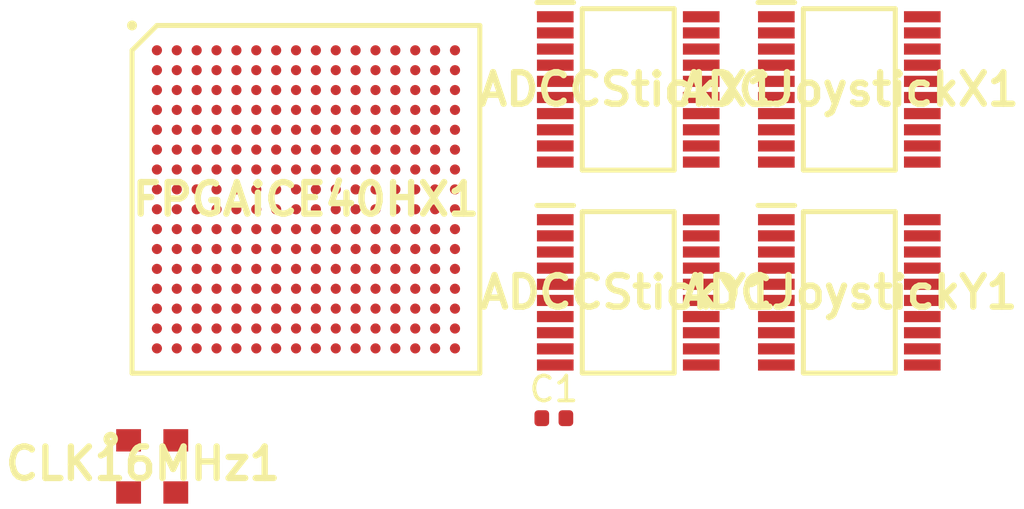
<source format=kicad_pcb>
(kicad_pcb (version 20171130) (host pcbnew "(5.1.5)-3")

  (general
    (thickness 1.6)
    (drawings 0)
    (tracks 0)
    (zones 0)
    (modules 7)
    (nets 188)
  )

  (page A4)
  (layers
    (0 F.Cu signal)
    (31 B.Cu signal)
    (32 B.Adhes user)
    (33 F.Adhes user)
    (34 B.Paste user)
    (35 F.Paste user)
    (36 B.SilkS user)
    (37 F.SilkS user)
    (38 B.Mask user)
    (39 F.Mask user)
    (40 Dwgs.User user)
    (41 Cmts.User user)
    (42 Eco1.User user)
    (43 Eco2.User user)
    (44 Edge.Cuts user)
    (45 Margin user)
    (46 B.CrtYd user)
    (47 F.CrtYd user)
    (48 B.Fab user)
    (49 F.Fab user)
  )

  (setup
    (last_trace_width 0.25)
    (trace_clearance 0.2)
    (zone_clearance 0.508)
    (zone_45_only no)
    (trace_min 0.2)
    (via_size 0.8)
    (via_drill 0.4)
    (via_min_size 0.4)
    (via_min_drill 0.3)
    (uvia_size 0.3)
    (uvia_drill 0.1)
    (uvias_allowed no)
    (uvia_min_size 0.2)
    (uvia_min_drill 0.1)
    (edge_width 0.05)
    (segment_width 0.2)
    (pcb_text_width 0.3)
    (pcb_text_size 1.5 1.5)
    (mod_edge_width 0.12)
    (mod_text_size 1 1)
    (mod_text_width 0.15)
    (pad_size 1.524 1.524)
    (pad_drill 0.762)
    (pad_to_mask_clearance 0.051)
    (solder_mask_min_width 0.25)
    (aux_axis_origin 0 0)
    (visible_elements 7FFFFFFF)
    (pcbplotparams
      (layerselection 0x010fc_ffffffff)
      (usegerberextensions false)
      (usegerberattributes false)
      (usegerberadvancedattributes false)
      (creategerberjobfile false)
      (excludeedgelayer true)
      (linewidth 0.100000)
      (plotframeref false)
      (viasonmask false)
      (mode 1)
      (useauxorigin false)
      (hpglpennumber 1)
      (hpglpenspeed 20)
      (hpglpendiameter 15.000000)
      (psnegative false)
      (psa4output false)
      (plotreference true)
      (plotvalue true)
      (plotinvisibletext false)
      (padsonsilk false)
      (subtractmaskfromsilk false)
      (outputformat 1)
      (mirror false)
      (drillshape 1)
      (scaleselection 1)
      (outputdirectory ""))
  )

  (net 0 "")
  (net 1 "Net-(ADCCStickX1-Pad20)")
  (net 2 "Net-(ADCCStickX1-Pad19)")
  (net 3 "Net-(ADCCStickX1-Pad18)")
  (net 4 "Net-(ADCCStickX1-Pad17)")
  (net 5 "Net-(ADCCStickX1-Pad16)")
  (net 6 "Net-(ADCCStickX1-Pad15)")
  (net 7 "Net-(ADCCStickX1-Pad14)")
  (net 8 "Net-(ADCCStickX1-Pad13)")
  (net 9 "Net-(ADCCStickX1-Pad12)")
  (net 10 "Net-(ADCCStickX1-Pad11)")
  (net 11 "Net-(ADCCStickX1-Pad10)")
  (net 12 "Net-(ADCCStickX1-Pad9)")
  (net 13 "Net-(ADCCStickX1-Pad8)")
  (net 14 "Net-(ADCCStickX1-Pad7)")
  (net 15 "Net-(ADCCStickX1-Pad6)")
  (net 16 "Net-(ADCCStickX1-Pad5)")
  (net 17 "Net-(ADCCStickX1-Pad4)")
  (net 18 "Net-(ADCCStickX1-Pad3)")
  (net 19 "Net-(ADCCStickX1-Pad2)")
  (net 20 "Net-(ADCCStickX1-Pad1)")
  (net 21 "Net-(ADCCStickY1-Pad20)")
  (net 22 "Net-(ADCCStickY1-Pad19)")
  (net 23 "Net-(ADCCStickY1-Pad18)")
  (net 24 "Net-(ADCCStickY1-Pad17)")
  (net 25 "Net-(ADCCStickY1-Pad16)")
  (net 26 "Net-(ADCCStickY1-Pad15)")
  (net 27 "Net-(ADCCStickY1-Pad14)")
  (net 28 "Net-(ADCCStickY1-Pad13)")
  (net 29 "Net-(ADCCStickY1-Pad12)")
  (net 30 "Net-(ADCCStickY1-Pad11)")
  (net 31 "Net-(ADCCStickY1-Pad10)")
  (net 32 "Net-(ADCCStickY1-Pad9)")
  (net 33 "Net-(ADCCStickY1-Pad8)")
  (net 34 "Net-(ADCCStickY1-Pad7)")
  (net 35 "Net-(ADCCStickY1-Pad6)")
  (net 36 "Net-(ADCCStickY1-Pad5)")
  (net 37 "Net-(ADCCStickY1-Pad4)")
  (net 38 "Net-(ADCCStickY1-Pad3)")
  (net 39 "Net-(ADCCStickY1-Pad2)")
  (net 40 "Net-(ADCCStickY1-Pad1)")
  (net 41 "Net-(ADCJoystickX1-Pad20)")
  (net 42 "Net-(ADCJoystickX1-Pad19)")
  (net 43 "Net-(ADCJoystickX1-Pad18)")
  (net 44 "Net-(ADCJoystickX1-Pad17)")
  (net 45 "Net-(ADCJoystickX1-Pad16)")
  (net 46 "Net-(ADCJoystickX1-Pad15)")
  (net 47 "Net-(ADCJoystickX1-Pad14)")
  (net 48 "Net-(ADCJoystickX1-Pad13)")
  (net 49 "Net-(ADCJoystickX1-Pad12)")
  (net 50 "Net-(ADCJoystickX1-Pad11)")
  (net 51 "Net-(ADCJoystickX1-Pad10)")
  (net 52 "Net-(ADCJoystickX1-Pad9)")
  (net 53 "Net-(ADCJoystickX1-Pad8)")
  (net 54 "Net-(ADCJoystickX1-Pad7)")
  (net 55 "Net-(ADCJoystickX1-Pad6)")
  (net 56 "Net-(ADCJoystickX1-Pad5)")
  (net 57 "Net-(ADCJoystickX1-Pad4)")
  (net 58 "Net-(ADCJoystickX1-Pad3)")
  (net 59 "Net-(ADCJoystickX1-Pad2)")
  (net 60 "Net-(ADCJoystickX1-Pad1)")
  (net 61 "Net-(ADCJoystickY1-Pad20)")
  (net 62 "Net-(ADCJoystickY1-Pad19)")
  (net 63 "Net-(ADCJoystickY1-Pad18)")
  (net 64 "Net-(ADCJoystickY1-Pad17)")
  (net 65 "Net-(ADCJoystickY1-Pad16)")
  (net 66 "Net-(ADCJoystickY1-Pad15)")
  (net 67 "Net-(ADCJoystickY1-Pad14)")
  (net 68 "Net-(ADCJoystickY1-Pad13)")
  (net 69 "Net-(ADCJoystickY1-Pad12)")
  (net 70 "Net-(ADCJoystickY1-Pad11)")
  (net 71 "Net-(ADCJoystickY1-Pad10)")
  (net 72 "Net-(ADCJoystickY1-Pad9)")
  (net 73 "Net-(ADCJoystickY1-Pad8)")
  (net 74 "Net-(ADCJoystickY1-Pad7)")
  (net 75 "Net-(ADCJoystickY1-Pad6)")
  (net 76 "Net-(ADCJoystickY1-Pad5)")
  (net 77 "Net-(ADCJoystickY1-Pad4)")
  (net 78 "Net-(ADCJoystickY1-Pad3)")
  (net 79 "Net-(ADCJoystickY1-Pad2)")
  (net 80 "Net-(ADCJoystickY1-Pad1)")
  (net 81 GCLogicGround)
  (net 82 GCLogic)
  (net 83 CLK)
  (net 84 "Net-(FPGAiCE40HX1-PadR15)")
  (net 85 "Net-(FPGAiCE40HX1-PadR14)")
  (net 86 "Net-(FPGAiCE40HX1-PadP16)")
  (net 87 "Net-(FPGAiCE40HX1-PadP15)")
  (net 88 "Net-(FPGAiCE40HX1-PadP14)")
  (net 89 "Net-(FPGAiCE40HX1-PadN16)")
  (net 90 "Net-(FPGAiCE40HX1-PadM16)")
  (net 91 "Net-(FPGAiCE40HX1-PadM15)")
  (net 92 "Net-(FPGAiCE40HX1-PadM14)")
  (net 93 "Net-(FPGAiCE40HX1-PadM13)")
  (net 94 "Net-(FPGAiCE40HX1-PadL16)")
  (net 95 "Net-(FPGAiCE40HX1-PadL14)")
  (net 96 "Net-(FPGAiCE40HX1-PadL13)")
  (net 97 "Net-(FPGAiCE40HX1-PadL12)")
  (net 98 "Net-(FPGAiCE40HX1-PadK16)")
  (net 99 "Net-(FPGAiCE40HX1-PadK15)")
  (net 100 "Net-(FPGAiCE40HX1-PadK14)")
  (net 101 "Net-(FPGAiCE40HX1-PadK13)")
  (net 102 "Net-(FPGAiCE40HX1-PadK12)")
  (net 103 "Net-(FPGAiCE40HX1-PadJ16)")
  (net 104 "Net-(FPGAiCE40HX1-PadJ15)")
  (net 105 "Net-(FPGAiCE40HX1-PadJ14)")
  (net 106 "Net-(FPGAiCE40HX1-PadJ13)")
  (net 107 "Net-(FPGAiCE40HX1-PadJ12)")
  (net 108 "Net-(FPGAiCE40HX1-PadJ11)")
  (net 109 "Net-(FPGAiCE40HX1-PadJ10)")
  (net 110 "Net-(FPGAiCE40HX1-PadH16)")
  (net 111 "Net-(FPGAiCE40HX1-PadH14)")
  (net 112 "Net-(FPGAiCE40HX1-PadH13)")
  (net 113 "Net-(FPGAiCE40HX1-PadH12)")
  (net 114 "Net-(FPGAiCE40HX1-PadH11)")
  (net 115 "Net-(FPGAiCE40HX1-PadG16)")
  (net 116 "Net-(FPGAiCE40HX1-PadG15)")
  (net 117 "Net-(FPGAiCE40HX1-PadG14)")
  (net 118 "Net-(FPGAiCE40HX1-PadG13)")
  (net 119 "Net-(FPGAiCE40HX1-PadG12)")
  (net 120 "Net-(FPGAiCE40HX1-PadG11)")
  (net 121 "Net-(FPGAiCE40HX1-PadG10)")
  (net 122 "Net-(FPGAiCE40HX1-PadF16)")
  (net 123 "Net-(FPGAiCE40HX1-PadF15)")
  (net 124 "Net-(FPGAiCE40HX1-PadF14)")
  (net 125 "Net-(FPGAiCE40HX1-PadF13)")
  (net 126 "Net-(FPGAiCE40HX1-PadF12)")
  (net 127 "Net-(FPGAiCE40HX1-PadF11)")
  (net 128 "Net-(FPGAiCE40HX1-PadF9)")
  (net 129 "Net-(FPGAiCE40HX1-PadF7)")
  (net 130 "Net-(FPGAiCE40HX1-PadE16)")
  (net 131 "Net-(FPGAiCE40HX1-PadE14)")
  (net 132 "Net-(FPGAiCE40HX1-PadE13)")
  (net 133 "Net-(FPGAiCE40HX1-PadE11)")
  (net 134 "Net-(FPGAiCE40HX1-PadE10)")
  (net 135 "Net-(FPGAiCE40HX1-PadE9)")
  (net 136 "Net-(FPGAiCE40HX1-PadE6)")
  (net 137 "Net-(FPGAiCE40HX1-PadE5)")
  (net 138 "Net-(FPGAiCE40HX1-PadD16)")
  (net 139 "Net-(FPGAiCE40HX1-PadD15)")
  (net 140 "Net-(FPGAiCE40HX1-PadD14)")
  (net 141 "Net-(FPGAiCE40HX1-PadD13)")
  (net 142 "Net-(FPGAiCE40HX1-PadD11)")
  (net 143 "Net-(FPGAiCE40HX1-PadD10)")
  (net 144 "Net-(FPGAiCE40HX1-PadD9)")
  (net 145 "Net-(FPGAiCE40HX1-PadD8)")
  (net 146 "Net-(FPGAiCE40HX1-PadD7)")
  (net 147 "Net-(FPGAiCE40HX1-PadD6)")
  (net 148 "Net-(FPGAiCE40HX1-PadD5)")
  (net 149 "Net-(FPGAiCE40HX1-PadD4)")
  (net 150 "Net-(FPGAiCE40HX1-PadD3)")
  (net 151 "Net-(FPGAiCE40HX1-PadC16)")
  (net 152 "Net-(FPGAiCE40HX1-PadC14)")
  (net 153 "Net-(FPGAiCE40HX1-PadC13)")
  (net 154 "Net-(FPGAiCE40HX1-PadC12)")
  (net 155 "Net-(FPGAiCE40HX1-PadC11)")
  (net 156 "Net-(FPGAiCE40HX1-PadC10)")
  (net 157 "Net-(FPGAiCE40HX1-PadC9)")
  (net 158 "Net-(FPGAiCE40HX1-PadC8)")
  (net 159 "Net-(FPGAiCE40HX1-PadC7)")
  (net 160 "Net-(FPGAiCE40HX1-PadC6)")
  (net 161 "Net-(FPGAiCE40HX1-PadC5)")
  (net 162 "Net-(FPGAiCE40HX1-PadC4)")
  (net 163 "Net-(FPGAiCE40HX1-PadC3)")
  (net 164 "Net-(FPGAiCE40HX1-PadB16)")
  (net 165 "Net-(FPGAiCE40HX1-PadB15)")
  (net 166 "Net-(FPGAiCE40HX1-PadB14)")
  (net 167 "Net-(FPGAiCE40HX1-PadB13)")
  (net 168 "Net-(FPGAiCE40HX1-PadB12)")
  (net 169 "Net-(FPGAiCE40HX1-PadB11)")
  (net 170 "Net-(FPGAiCE40HX1-PadB10)")
  (net 171 "Net-(FPGAiCE40HX1-PadB9)")
  (net 172 "Net-(FPGAiCE40HX1-PadB8)")
  (net 173 "Net-(FPGAiCE40HX1-PadB7)")
  (net 174 "Net-(FPGAiCE40HX1-PadB6)")
  (net 175 "Net-(FPGAiCE40HX1-PadB5)")
  (net 176 "Net-(FPGAiCE40HX1-PadB4)")
  (net 177 "Net-(FPGAiCE40HX1-PadB3)")
  (net 178 "Net-(FPGAiCE40HX1-PadA16)")
  (net 179 "Net-(FPGAiCE40HX1-PadA15)")
  (net 180 "Net-(FPGAiCE40HX1-PadA11)")
  (net 181 "Net-(FPGAiCE40HX1-PadA10)")
  (net 182 "Net-(FPGAiCE40HX1-PadA9)")
  (net 183 "Net-(FPGAiCE40HX1-PadA7)")
  (net 184 "Net-(FPGAiCE40HX1-PadA6)")
  (net 185 "Net-(FPGAiCE40HX1-PadA5)")
  (net 186 "Net-(FPGAiCE40HX1-PadA2)")
  (net 187 "Net-(FPGAiCE40HX1-PadA1)")

  (net_class Default "This is the default net class."
    (clearance 0.2)
    (trace_width 0.25)
    (via_dia 0.8)
    (via_drill 0.4)
    (uvia_dia 0.3)
    (uvia_drill 0.1)
    (add_net CLK)
    (add_net GCLogic)
    (add_net GCLogicGround)
    (add_net "Net-(ADCCStickX1-Pad1)")
    (add_net "Net-(ADCCStickX1-Pad10)")
    (add_net "Net-(ADCCStickX1-Pad11)")
    (add_net "Net-(ADCCStickX1-Pad12)")
    (add_net "Net-(ADCCStickX1-Pad13)")
    (add_net "Net-(ADCCStickX1-Pad14)")
    (add_net "Net-(ADCCStickX1-Pad15)")
    (add_net "Net-(ADCCStickX1-Pad16)")
    (add_net "Net-(ADCCStickX1-Pad17)")
    (add_net "Net-(ADCCStickX1-Pad18)")
    (add_net "Net-(ADCCStickX1-Pad19)")
    (add_net "Net-(ADCCStickX1-Pad2)")
    (add_net "Net-(ADCCStickX1-Pad20)")
    (add_net "Net-(ADCCStickX1-Pad3)")
    (add_net "Net-(ADCCStickX1-Pad4)")
    (add_net "Net-(ADCCStickX1-Pad5)")
    (add_net "Net-(ADCCStickX1-Pad6)")
    (add_net "Net-(ADCCStickX1-Pad7)")
    (add_net "Net-(ADCCStickX1-Pad8)")
    (add_net "Net-(ADCCStickX1-Pad9)")
    (add_net "Net-(ADCCStickY1-Pad1)")
    (add_net "Net-(ADCCStickY1-Pad10)")
    (add_net "Net-(ADCCStickY1-Pad11)")
    (add_net "Net-(ADCCStickY1-Pad12)")
    (add_net "Net-(ADCCStickY1-Pad13)")
    (add_net "Net-(ADCCStickY1-Pad14)")
    (add_net "Net-(ADCCStickY1-Pad15)")
    (add_net "Net-(ADCCStickY1-Pad16)")
    (add_net "Net-(ADCCStickY1-Pad17)")
    (add_net "Net-(ADCCStickY1-Pad18)")
    (add_net "Net-(ADCCStickY1-Pad19)")
    (add_net "Net-(ADCCStickY1-Pad2)")
    (add_net "Net-(ADCCStickY1-Pad20)")
    (add_net "Net-(ADCCStickY1-Pad3)")
    (add_net "Net-(ADCCStickY1-Pad4)")
    (add_net "Net-(ADCCStickY1-Pad5)")
    (add_net "Net-(ADCCStickY1-Pad6)")
    (add_net "Net-(ADCCStickY1-Pad7)")
    (add_net "Net-(ADCCStickY1-Pad8)")
    (add_net "Net-(ADCCStickY1-Pad9)")
    (add_net "Net-(ADCJoystickX1-Pad1)")
    (add_net "Net-(ADCJoystickX1-Pad10)")
    (add_net "Net-(ADCJoystickX1-Pad11)")
    (add_net "Net-(ADCJoystickX1-Pad12)")
    (add_net "Net-(ADCJoystickX1-Pad13)")
    (add_net "Net-(ADCJoystickX1-Pad14)")
    (add_net "Net-(ADCJoystickX1-Pad15)")
    (add_net "Net-(ADCJoystickX1-Pad16)")
    (add_net "Net-(ADCJoystickX1-Pad17)")
    (add_net "Net-(ADCJoystickX1-Pad18)")
    (add_net "Net-(ADCJoystickX1-Pad19)")
    (add_net "Net-(ADCJoystickX1-Pad2)")
    (add_net "Net-(ADCJoystickX1-Pad20)")
    (add_net "Net-(ADCJoystickX1-Pad3)")
    (add_net "Net-(ADCJoystickX1-Pad4)")
    (add_net "Net-(ADCJoystickX1-Pad5)")
    (add_net "Net-(ADCJoystickX1-Pad6)")
    (add_net "Net-(ADCJoystickX1-Pad7)")
    (add_net "Net-(ADCJoystickX1-Pad8)")
    (add_net "Net-(ADCJoystickX1-Pad9)")
    (add_net "Net-(ADCJoystickY1-Pad1)")
    (add_net "Net-(ADCJoystickY1-Pad10)")
    (add_net "Net-(ADCJoystickY1-Pad11)")
    (add_net "Net-(ADCJoystickY1-Pad12)")
    (add_net "Net-(ADCJoystickY1-Pad13)")
    (add_net "Net-(ADCJoystickY1-Pad14)")
    (add_net "Net-(ADCJoystickY1-Pad15)")
    (add_net "Net-(ADCJoystickY1-Pad16)")
    (add_net "Net-(ADCJoystickY1-Pad17)")
    (add_net "Net-(ADCJoystickY1-Pad18)")
    (add_net "Net-(ADCJoystickY1-Pad19)")
    (add_net "Net-(ADCJoystickY1-Pad2)")
    (add_net "Net-(ADCJoystickY1-Pad20)")
    (add_net "Net-(ADCJoystickY1-Pad3)")
    (add_net "Net-(ADCJoystickY1-Pad4)")
    (add_net "Net-(ADCJoystickY1-Pad5)")
    (add_net "Net-(ADCJoystickY1-Pad6)")
    (add_net "Net-(ADCJoystickY1-Pad7)")
    (add_net "Net-(ADCJoystickY1-Pad8)")
    (add_net "Net-(ADCJoystickY1-Pad9)")
    (add_net "Net-(FPGAiCE40HX1-PadA1)")
    (add_net "Net-(FPGAiCE40HX1-PadA10)")
    (add_net "Net-(FPGAiCE40HX1-PadA11)")
    (add_net "Net-(FPGAiCE40HX1-PadA15)")
    (add_net "Net-(FPGAiCE40HX1-PadA16)")
    (add_net "Net-(FPGAiCE40HX1-PadA2)")
    (add_net "Net-(FPGAiCE40HX1-PadA5)")
    (add_net "Net-(FPGAiCE40HX1-PadA6)")
    (add_net "Net-(FPGAiCE40HX1-PadA7)")
    (add_net "Net-(FPGAiCE40HX1-PadA9)")
    (add_net "Net-(FPGAiCE40HX1-PadB10)")
    (add_net "Net-(FPGAiCE40HX1-PadB11)")
    (add_net "Net-(FPGAiCE40HX1-PadB12)")
    (add_net "Net-(FPGAiCE40HX1-PadB13)")
    (add_net "Net-(FPGAiCE40HX1-PadB14)")
    (add_net "Net-(FPGAiCE40HX1-PadB15)")
    (add_net "Net-(FPGAiCE40HX1-PadB16)")
    (add_net "Net-(FPGAiCE40HX1-PadB3)")
    (add_net "Net-(FPGAiCE40HX1-PadB4)")
    (add_net "Net-(FPGAiCE40HX1-PadB5)")
    (add_net "Net-(FPGAiCE40HX1-PadB6)")
    (add_net "Net-(FPGAiCE40HX1-PadB7)")
    (add_net "Net-(FPGAiCE40HX1-PadB8)")
    (add_net "Net-(FPGAiCE40HX1-PadB9)")
    (add_net "Net-(FPGAiCE40HX1-PadC10)")
    (add_net "Net-(FPGAiCE40HX1-PadC11)")
    (add_net "Net-(FPGAiCE40HX1-PadC12)")
    (add_net "Net-(FPGAiCE40HX1-PadC13)")
    (add_net "Net-(FPGAiCE40HX1-PadC14)")
    (add_net "Net-(FPGAiCE40HX1-PadC16)")
    (add_net "Net-(FPGAiCE40HX1-PadC3)")
    (add_net "Net-(FPGAiCE40HX1-PadC4)")
    (add_net "Net-(FPGAiCE40HX1-PadC5)")
    (add_net "Net-(FPGAiCE40HX1-PadC6)")
    (add_net "Net-(FPGAiCE40HX1-PadC7)")
    (add_net "Net-(FPGAiCE40HX1-PadC8)")
    (add_net "Net-(FPGAiCE40HX1-PadC9)")
    (add_net "Net-(FPGAiCE40HX1-PadD10)")
    (add_net "Net-(FPGAiCE40HX1-PadD11)")
    (add_net "Net-(FPGAiCE40HX1-PadD13)")
    (add_net "Net-(FPGAiCE40HX1-PadD14)")
    (add_net "Net-(FPGAiCE40HX1-PadD15)")
    (add_net "Net-(FPGAiCE40HX1-PadD16)")
    (add_net "Net-(FPGAiCE40HX1-PadD3)")
    (add_net "Net-(FPGAiCE40HX1-PadD4)")
    (add_net "Net-(FPGAiCE40HX1-PadD5)")
    (add_net "Net-(FPGAiCE40HX1-PadD6)")
    (add_net "Net-(FPGAiCE40HX1-PadD7)")
    (add_net "Net-(FPGAiCE40HX1-PadD8)")
    (add_net "Net-(FPGAiCE40HX1-PadD9)")
    (add_net "Net-(FPGAiCE40HX1-PadE10)")
    (add_net "Net-(FPGAiCE40HX1-PadE11)")
    (add_net "Net-(FPGAiCE40HX1-PadE13)")
    (add_net "Net-(FPGAiCE40HX1-PadE14)")
    (add_net "Net-(FPGAiCE40HX1-PadE16)")
    (add_net "Net-(FPGAiCE40HX1-PadE5)")
    (add_net "Net-(FPGAiCE40HX1-PadE6)")
    (add_net "Net-(FPGAiCE40HX1-PadE9)")
    (add_net "Net-(FPGAiCE40HX1-PadF11)")
    (add_net "Net-(FPGAiCE40HX1-PadF12)")
    (add_net "Net-(FPGAiCE40HX1-PadF13)")
    (add_net "Net-(FPGAiCE40HX1-PadF14)")
    (add_net "Net-(FPGAiCE40HX1-PadF15)")
    (add_net "Net-(FPGAiCE40HX1-PadF16)")
    (add_net "Net-(FPGAiCE40HX1-PadF7)")
    (add_net "Net-(FPGAiCE40HX1-PadF9)")
    (add_net "Net-(FPGAiCE40HX1-PadG10)")
    (add_net "Net-(FPGAiCE40HX1-PadG11)")
    (add_net "Net-(FPGAiCE40HX1-PadG12)")
    (add_net "Net-(FPGAiCE40HX1-PadG13)")
    (add_net "Net-(FPGAiCE40HX1-PadG14)")
    (add_net "Net-(FPGAiCE40HX1-PadG15)")
    (add_net "Net-(FPGAiCE40HX1-PadG16)")
    (add_net "Net-(FPGAiCE40HX1-PadH11)")
    (add_net "Net-(FPGAiCE40HX1-PadH12)")
    (add_net "Net-(FPGAiCE40HX1-PadH13)")
    (add_net "Net-(FPGAiCE40HX1-PadH14)")
    (add_net "Net-(FPGAiCE40HX1-PadH16)")
    (add_net "Net-(FPGAiCE40HX1-PadJ10)")
    (add_net "Net-(FPGAiCE40HX1-PadJ11)")
    (add_net "Net-(FPGAiCE40HX1-PadJ12)")
    (add_net "Net-(FPGAiCE40HX1-PadJ13)")
    (add_net "Net-(FPGAiCE40HX1-PadJ14)")
    (add_net "Net-(FPGAiCE40HX1-PadJ15)")
    (add_net "Net-(FPGAiCE40HX1-PadJ16)")
    (add_net "Net-(FPGAiCE40HX1-PadK12)")
    (add_net "Net-(FPGAiCE40HX1-PadK13)")
    (add_net "Net-(FPGAiCE40HX1-PadK14)")
    (add_net "Net-(FPGAiCE40HX1-PadK15)")
    (add_net "Net-(FPGAiCE40HX1-PadK16)")
    (add_net "Net-(FPGAiCE40HX1-PadL12)")
    (add_net "Net-(FPGAiCE40HX1-PadL13)")
    (add_net "Net-(FPGAiCE40HX1-PadL14)")
    (add_net "Net-(FPGAiCE40HX1-PadL16)")
    (add_net "Net-(FPGAiCE40HX1-PadM13)")
    (add_net "Net-(FPGAiCE40HX1-PadM14)")
    (add_net "Net-(FPGAiCE40HX1-PadM15)")
    (add_net "Net-(FPGAiCE40HX1-PadM16)")
    (add_net "Net-(FPGAiCE40HX1-PadN16)")
    (add_net "Net-(FPGAiCE40HX1-PadP14)")
    (add_net "Net-(FPGAiCE40HX1-PadP15)")
    (add_net "Net-(FPGAiCE40HX1-PadP16)")
    (add_net "Net-(FPGAiCE40HX1-PadR14)")
    (add_net "Net-(FPGAiCE40HX1-PadR15)")
  )

  (module bgec:BGA256C80P16X16_1400X1400X170 (layer F.Cu) (tedit 0) (tstamp 5E50E03C)
    (at 140.695 98.405)
    (descr "256-Ball caBGA Package")
    (tags "Integrated Circuit")
    (path /5E50B913)
    (attr smd)
    (fp_text reference FPGAiCE40HX1 (at 0 0) (layer F.SilkS)
      (effects (font (size 1.27 1.27) (thickness 0.254)))
    )
    (fp_text value ICE40HX8K-CT256 (at 0 0) (layer F.SilkS) hide
      (effects (font (size 1.27 1.27) (thickness 0.254)))
    )
    (fp_circle (center -7 -7) (end -7 -6.9) (layer F.SilkS) (width 0.2))
    (fp_line (start -7 -6) (end -6 -7) (layer F.SilkS) (width 0.2))
    (fp_line (start -7 7) (end -7 -6) (layer F.SilkS) (width 0.2))
    (fp_line (start 7 7) (end -7 7) (layer F.SilkS) (width 0.2))
    (fp_line (start 7 -7) (end 7 7) (layer F.SilkS) (width 0.2))
    (fp_line (start -6 -7) (end 7 -7) (layer F.SilkS) (width 0.2))
    (fp_line (start -7 -3.5) (end -3.5 -7) (layer F.Fab) (width 0.1))
    (fp_line (start -7 7) (end -7 -7) (layer F.Fab) (width 0.1))
    (fp_line (start 7 7) (end -7 7) (layer F.Fab) (width 0.1))
    (fp_line (start 7 -7) (end 7 7) (layer F.Fab) (width 0.1))
    (fp_line (start -7 -7) (end 7 -7) (layer F.Fab) (width 0.1))
    (fp_line (start -8 8) (end -8 -8) (layer F.CrtYd) (width 0.05))
    (fp_line (start 8 8) (end -8 8) (layer F.CrtYd) (width 0.05))
    (fp_line (start 8 -8) (end 8 8) (layer F.CrtYd) (width 0.05))
    (fp_line (start -8 -8) (end 8 -8) (layer F.CrtYd) (width 0.05))
    (fp_text user %R (at 0 0) (layer F.Fab)
      (effects (font (size 1.27 1.27) (thickness 0.254)))
    )
    (pad T16 smd circle (at 6 6 90) (size 0.41 0.41) (layers F.Cu F.Paste F.Mask))
    (pad T15 smd circle (at 5.2 6 90) (size 0.41 0.41) (layers F.Cu F.Paste F.Mask))
    (pad T14 smd circle (at 4.4 6 90) (size 0.41 0.41) (layers F.Cu F.Paste F.Mask))
    (pad T13 smd circle (at 3.6 6 90) (size 0.41 0.41) (layers F.Cu F.Paste F.Mask))
    (pad T12 smd circle (at 2.8 6 90) (size 0.41 0.41) (layers F.Cu F.Paste F.Mask))
    (pad T11 smd circle (at 2 6 90) (size 0.41 0.41) (layers F.Cu F.Paste F.Mask))
    (pad T10 smd circle (at 1.2 6 90) (size 0.41 0.41) (layers F.Cu F.Paste F.Mask))
    (pad T9 smd circle (at 0.4 6 90) (size 0.41 0.41) (layers F.Cu F.Paste F.Mask))
    (pad T8 smd circle (at -0.4 6 90) (size 0.41 0.41) (layers F.Cu F.Paste F.Mask))
    (pad T7 smd circle (at -1.2 6 90) (size 0.41 0.41) (layers F.Cu F.Paste F.Mask))
    (pad T6 smd circle (at -2 6 90) (size 0.41 0.41) (layers F.Cu F.Paste F.Mask))
    (pad T5 smd circle (at -2.8 6 90) (size 0.41 0.41) (layers F.Cu F.Paste F.Mask))
    (pad T4 smd circle (at -3.6 6 90) (size 0.41 0.41) (layers F.Cu F.Paste F.Mask))
    (pad T3 smd circle (at -4.4 6 90) (size 0.41 0.41) (layers F.Cu F.Paste F.Mask))
    (pad T2 smd circle (at -5.2 6 90) (size 0.41 0.41) (layers F.Cu F.Paste F.Mask))
    (pad T1 smd circle (at -6 6 90) (size 0.41 0.41) (layers F.Cu F.Paste F.Mask))
    (pad R16 smd circle (at 6 5.2 90) (size 0.41 0.41) (layers F.Cu F.Paste F.Mask))
    (pad R15 smd circle (at 5.2 5.2 90) (size 0.41 0.41) (layers F.Cu F.Paste F.Mask)
      (net 84 "Net-(FPGAiCE40HX1-PadR15)"))
    (pad R14 smd circle (at 4.4 5.2 90) (size 0.41 0.41) (layers F.Cu F.Paste F.Mask)
      (net 85 "Net-(FPGAiCE40HX1-PadR14)"))
    (pad R13 smd circle (at 3.6 5.2 90) (size 0.41 0.41) (layers F.Cu F.Paste F.Mask))
    (pad R12 smd circle (at 2.8 5.2 90) (size 0.41 0.41) (layers F.Cu F.Paste F.Mask))
    (pad R11 smd circle (at 2 5.2 90) (size 0.41 0.41) (layers F.Cu F.Paste F.Mask))
    (pad R10 smd circle (at 1.2 5.2 90) (size 0.41 0.41) (layers F.Cu F.Paste F.Mask))
    (pad R9 smd circle (at 0.4 5.2 90) (size 0.41 0.41) (layers F.Cu F.Paste F.Mask))
    (pad R8 smd circle (at -0.4 5.2 90) (size 0.41 0.41) (layers F.Cu F.Paste F.Mask))
    (pad R7 smd circle (at -1.2 5.2 90) (size 0.41 0.41) (layers F.Cu F.Paste F.Mask))
    (pad R6 smd circle (at -2 5.2 90) (size 0.41 0.41) (layers F.Cu F.Paste F.Mask))
    (pad R5 smd circle (at -2.8 5.2 90) (size 0.41 0.41) (layers F.Cu F.Paste F.Mask))
    (pad R4 smd circle (at -3.6 5.2 90) (size 0.41 0.41) (layers F.Cu F.Paste F.Mask))
    (pad R3 smd circle (at -4.4 5.2 90) (size 0.41 0.41) (layers F.Cu F.Paste F.Mask))
    (pad R2 smd circle (at -5.2 5.2 90) (size 0.41 0.41) (layers F.Cu F.Paste F.Mask))
    (pad R1 smd circle (at -6 5.2 90) (size 0.41 0.41) (layers F.Cu F.Paste F.Mask))
    (pad P16 smd circle (at 6 4.4 90) (size 0.41 0.41) (layers F.Cu F.Paste F.Mask)
      (net 86 "Net-(FPGAiCE40HX1-PadP16)"))
    (pad P15 smd circle (at 5.2 4.4 90) (size 0.41 0.41) (layers F.Cu F.Paste F.Mask)
      (net 87 "Net-(FPGAiCE40HX1-PadP15)"))
    (pad P14 smd circle (at 4.4 4.4 90) (size 0.41 0.41) (layers F.Cu F.Paste F.Mask)
      (net 88 "Net-(FPGAiCE40HX1-PadP14)"))
    (pad P13 smd circle (at 3.6 4.4 90) (size 0.41 0.41) (layers F.Cu F.Paste F.Mask))
    (pad P12 smd circle (at 2.8 4.4 90) (size 0.41 0.41) (layers F.Cu F.Paste F.Mask))
    (pad P11 smd circle (at 2 4.4 90) (size 0.41 0.41) (layers F.Cu F.Paste F.Mask))
    (pad P10 smd circle (at 1.2 4.4 90) (size 0.41 0.41) (layers F.Cu F.Paste F.Mask))
    (pad P9 smd circle (at 0.4 4.4 90) (size 0.41 0.41) (layers F.Cu F.Paste F.Mask))
    (pad P8 smd circle (at -0.4 4.4 90) (size 0.41 0.41) (layers F.Cu F.Paste F.Mask))
    (pad P7 smd circle (at -1.2 4.4 90) (size 0.41 0.41) (layers F.Cu F.Paste F.Mask))
    (pad P6 smd circle (at -2 4.4 90) (size 0.41 0.41) (layers F.Cu F.Paste F.Mask))
    (pad P5 smd circle (at -2.8 4.4 90) (size 0.41 0.41) (layers F.Cu F.Paste F.Mask))
    (pad P4 smd circle (at -3.6 4.4 90) (size 0.41 0.41) (layers F.Cu F.Paste F.Mask))
    (pad P3 smd circle (at -4.4 4.4 90) (size 0.41 0.41) (layers F.Cu F.Paste F.Mask))
    (pad P2 smd circle (at -5.2 4.4 90) (size 0.41 0.41) (layers F.Cu F.Paste F.Mask))
    (pad P1 smd circle (at -6 4.4 90) (size 0.41 0.41) (layers F.Cu F.Paste F.Mask))
    (pad N16 smd circle (at 6 3.6 90) (size 0.41 0.41) (layers F.Cu F.Paste F.Mask)
      (net 89 "Net-(FPGAiCE40HX1-PadN16)"))
    (pad N15 smd circle (at 5.2 3.6 90) (size 0.41 0.41) (layers F.Cu F.Paste F.Mask)
      (net 82 GCLogic))
    (pad N14 smd circle (at 4.4 3.6 90) (size 0.41 0.41) (layers F.Cu F.Paste F.Mask))
    (pad N13 smd circle (at 3.6 3.6 90) (size 0.41 0.41) (layers F.Cu F.Paste F.Mask))
    (pad N12 smd circle (at 2.8 3.6 90) (size 0.41 0.41) (layers F.Cu F.Paste F.Mask))
    (pad N11 smd circle (at 2 3.6 90) (size 0.41 0.41) (layers F.Cu F.Paste F.Mask))
    (pad N10 smd circle (at 1.2 3.6 90) (size 0.41 0.41) (layers F.Cu F.Paste F.Mask))
    (pad N9 smd circle (at 0.4 3.6 90) (size 0.41 0.41) (layers F.Cu F.Paste F.Mask))
    (pad N8 smd circle (at -0.4 3.6 90) (size 0.41 0.41) (layers F.Cu F.Paste F.Mask))
    (pad N7 smd circle (at -1.2 3.6 90) (size 0.41 0.41) (layers F.Cu F.Paste F.Mask))
    (pad N6 smd circle (at -2 3.6 90) (size 0.41 0.41) (layers F.Cu F.Paste F.Mask))
    (pad N5 smd circle (at -2.8 3.6 90) (size 0.41 0.41) (layers F.Cu F.Paste F.Mask))
    (pad N4 smd circle (at -3.6 3.6 90) (size 0.41 0.41) (layers F.Cu F.Paste F.Mask))
    (pad N3 smd circle (at -4.4 3.6 90) (size 0.41 0.41) (layers F.Cu F.Paste F.Mask))
    (pad N2 smd circle (at -5.2 3.6 90) (size 0.41 0.41) (layers F.Cu F.Paste F.Mask))
    (pad N1 smd circle (at -6 3.6 90) (size 0.41 0.41) (layers F.Cu F.Paste F.Mask))
    (pad M16 smd circle (at 6 2.8 90) (size 0.41 0.41) (layers F.Cu F.Paste F.Mask)
      (net 90 "Net-(FPGAiCE40HX1-PadM16)"))
    (pad M15 smd circle (at 5.2 2.8 90) (size 0.41 0.41) (layers F.Cu F.Paste F.Mask)
      (net 91 "Net-(FPGAiCE40HX1-PadM15)"))
    (pad M14 smd circle (at 4.4 2.8 90) (size 0.41 0.41) (layers F.Cu F.Paste F.Mask)
      (net 92 "Net-(FPGAiCE40HX1-PadM14)"))
    (pad M13 smd circle (at 3.6 2.8 90) (size 0.41 0.41) (layers F.Cu F.Paste F.Mask)
      (net 93 "Net-(FPGAiCE40HX1-PadM13)"))
    (pad M12 smd circle (at 2.8 2.8 90) (size 0.41 0.41) (layers F.Cu F.Paste F.Mask))
    (pad M11 smd circle (at 2 2.8 90) (size 0.41 0.41) (layers F.Cu F.Paste F.Mask))
    (pad M10 smd circle (at 1.2 2.8 90) (size 0.41 0.41) (layers F.Cu F.Paste F.Mask))
    (pad M9 smd circle (at 0.4 2.8 90) (size 0.41 0.41) (layers F.Cu F.Paste F.Mask))
    (pad M8 smd circle (at -0.4 2.8 90) (size 0.41 0.41) (layers F.Cu F.Paste F.Mask))
    (pad M7 smd circle (at -1.2 2.8 90) (size 0.41 0.41) (layers F.Cu F.Paste F.Mask))
    (pad M6 smd circle (at -2 2.8 90) (size 0.41 0.41) (layers F.Cu F.Paste F.Mask))
    (pad M5 smd circle (at -2.8 2.8 90) (size 0.41 0.41) (layers F.Cu F.Paste F.Mask))
    (pad M4 smd circle (at -3.6 2.8 90) (size 0.41 0.41) (layers F.Cu F.Paste F.Mask))
    (pad M3 smd circle (at -4.4 2.8 90) (size 0.41 0.41) (layers F.Cu F.Paste F.Mask))
    (pad M2 smd circle (at -5.2 2.8 90) (size 0.41 0.41) (layers F.Cu F.Paste F.Mask))
    (pad M1 smd circle (at -6 2.8 90) (size 0.41 0.41) (layers F.Cu F.Paste F.Mask))
    (pad L16 smd circle (at 6 2 90) (size 0.41 0.41) (layers F.Cu F.Paste F.Mask)
      (net 94 "Net-(FPGAiCE40HX1-PadL16)"))
    (pad L15 smd circle (at 5.2 2 90) (size 0.41 0.41) (layers F.Cu F.Paste F.Mask))
    (pad L14 smd circle (at 4.4 2 90) (size 0.41 0.41) (layers F.Cu F.Paste F.Mask)
      (net 95 "Net-(FPGAiCE40HX1-PadL14)"))
    (pad L13 smd circle (at 3.6 2 90) (size 0.41 0.41) (layers F.Cu F.Paste F.Mask)
      (net 96 "Net-(FPGAiCE40HX1-PadL13)"))
    (pad L12 smd circle (at 2.8 2 90) (size 0.41 0.41) (layers F.Cu F.Paste F.Mask)
      (net 97 "Net-(FPGAiCE40HX1-PadL12)"))
    (pad L11 smd circle (at 2 2 90) (size 0.41 0.41) (layers F.Cu F.Paste F.Mask))
    (pad L10 smd circle (at 1.2 2 90) (size 0.41 0.41) (layers F.Cu F.Paste F.Mask))
    (pad L9 smd circle (at 0.4 2 90) (size 0.41 0.41) (layers F.Cu F.Paste F.Mask))
    (pad L8 smd circle (at -0.4 2 90) (size 0.41 0.41) (layers F.Cu F.Paste F.Mask))
    (pad L7 smd circle (at -1.2 2 90) (size 0.41 0.41) (layers F.Cu F.Paste F.Mask))
    (pad L6 smd circle (at -2 2 90) (size 0.41 0.41) (layers F.Cu F.Paste F.Mask))
    (pad L5 smd circle (at -2.8 2 90) (size 0.41 0.41) (layers F.Cu F.Paste F.Mask))
    (pad L4 smd circle (at -3.6 2 90) (size 0.41 0.41) (layers F.Cu F.Paste F.Mask))
    (pad L3 smd circle (at -4.4 2 90) (size 0.41 0.41) (layers F.Cu F.Paste F.Mask))
    (pad L2 smd circle (at -5.2 2 90) (size 0.41 0.41) (layers F.Cu F.Paste F.Mask))
    (pad L1 smd circle (at -6 2 90) (size 0.41 0.41) (layers F.Cu F.Paste F.Mask))
    (pad K16 smd circle (at 6 1.2 90) (size 0.41 0.41) (layers F.Cu F.Paste F.Mask)
      (net 98 "Net-(FPGAiCE40HX1-PadK16)"))
    (pad K15 smd circle (at 5.2 1.2 90) (size 0.41 0.41) (layers F.Cu F.Paste F.Mask)
      (net 99 "Net-(FPGAiCE40HX1-PadK15)"))
    (pad K14 smd circle (at 4.4 1.2 90) (size 0.41 0.41) (layers F.Cu F.Paste F.Mask)
      (net 100 "Net-(FPGAiCE40HX1-PadK14)"))
    (pad K13 smd circle (at 3.6 1.2 90) (size 0.41 0.41) (layers F.Cu F.Paste F.Mask)
      (net 101 "Net-(FPGAiCE40HX1-PadK13)"))
    (pad K12 smd circle (at 2.8 1.2 90) (size 0.41 0.41) (layers F.Cu F.Paste F.Mask)
      (net 102 "Net-(FPGAiCE40HX1-PadK12)"))
    (pad K11 smd circle (at 2 1.2 90) (size 0.41 0.41) (layers F.Cu F.Paste F.Mask))
    (pad K10 smd circle (at 1.2 1.2 90) (size 0.41 0.41) (layers F.Cu F.Paste F.Mask))
    (pad K9 smd circle (at 0.4 1.2 90) (size 0.41 0.41) (layers F.Cu F.Paste F.Mask))
    (pad K8 smd circle (at -0.4 1.2 90) (size 0.41 0.41) (layers F.Cu F.Paste F.Mask))
    (pad K7 smd circle (at -1.2 1.2 90) (size 0.41 0.41) (layers F.Cu F.Paste F.Mask))
    (pad K6 smd circle (at -2 1.2 90) (size 0.41 0.41) (layers F.Cu F.Paste F.Mask))
    (pad K5 smd circle (at -2.8 1.2 90) (size 0.41 0.41) (layers F.Cu F.Paste F.Mask))
    (pad K4 smd circle (at -3.6 1.2 90) (size 0.41 0.41) (layers F.Cu F.Paste F.Mask))
    (pad K3 smd circle (at -4.4 1.2 90) (size 0.41 0.41) (layers F.Cu F.Paste F.Mask))
    (pad K2 smd circle (at -5.2 1.2 90) (size 0.41 0.41) (layers F.Cu F.Paste F.Mask))
    (pad K1 smd circle (at -6 1.2 90) (size 0.41 0.41) (layers F.Cu F.Paste F.Mask))
    (pad J16 smd circle (at 6 0.4 90) (size 0.41 0.41) (layers F.Cu F.Paste F.Mask)
      (net 103 "Net-(FPGAiCE40HX1-PadJ16)"))
    (pad J15 smd circle (at 5.2 0.4 90) (size 0.41 0.41) (layers F.Cu F.Paste F.Mask)
      (net 104 "Net-(FPGAiCE40HX1-PadJ15)"))
    (pad J14 smd circle (at 4.4 0.4 90) (size 0.41 0.41) (layers F.Cu F.Paste F.Mask)
      (net 105 "Net-(FPGAiCE40HX1-PadJ14)"))
    (pad J13 smd circle (at 3.6 0.4 90) (size 0.41 0.41) (layers F.Cu F.Paste F.Mask)
      (net 106 "Net-(FPGAiCE40HX1-PadJ13)"))
    (pad J12 smd circle (at 2.8 0.4 90) (size 0.41 0.41) (layers F.Cu F.Paste F.Mask)
      (net 107 "Net-(FPGAiCE40HX1-PadJ12)"))
    (pad J11 smd circle (at 2 0.4 90) (size 0.41 0.41) (layers F.Cu F.Paste F.Mask)
      (net 108 "Net-(FPGAiCE40HX1-PadJ11)"))
    (pad J10 smd circle (at 1.2 0.4 90) (size 0.41 0.41) (layers F.Cu F.Paste F.Mask)
      (net 109 "Net-(FPGAiCE40HX1-PadJ10)"))
    (pad J9 smd circle (at 0.4 0.4 90) (size 0.41 0.41) (layers F.Cu F.Paste F.Mask))
    (pad J8 smd circle (at -0.4 0.4 90) (size 0.41 0.41) (layers F.Cu F.Paste F.Mask))
    (pad J7 smd circle (at -1.2 0.4 90) (size 0.41 0.41) (layers F.Cu F.Paste F.Mask))
    (pad J6 smd circle (at -2 0.4 90) (size 0.41 0.41) (layers F.Cu F.Paste F.Mask))
    (pad J5 smd circle (at -2.8 0.4 90) (size 0.41 0.41) (layers F.Cu F.Paste F.Mask))
    (pad J4 smd circle (at -3.6 0.4 90) (size 0.41 0.41) (layers F.Cu F.Paste F.Mask))
    (pad J3 smd circle (at -4.4 0.4 90) (size 0.41 0.41) (layers F.Cu F.Paste F.Mask))
    (pad J2 smd circle (at -5.2 0.4 90) (size 0.41 0.41) (layers F.Cu F.Paste F.Mask))
    (pad J1 smd circle (at -6 0.4 90) (size 0.41 0.41) (layers F.Cu F.Paste F.Mask))
    (pad H16 smd circle (at 6 -0.4 90) (size 0.41 0.41) (layers F.Cu F.Paste F.Mask)
      (net 110 "Net-(FPGAiCE40HX1-PadH16)"))
    (pad H15 smd circle (at 5.2 -0.4 90) (size 0.41 0.41) (layers F.Cu F.Paste F.Mask)
      (net 82 GCLogic))
    (pad H14 smd circle (at 4.4 -0.4 90) (size 0.41 0.41) (layers F.Cu F.Paste F.Mask)
      (net 111 "Net-(FPGAiCE40HX1-PadH14)"))
    (pad H13 smd circle (at 3.6 -0.4 90) (size 0.41 0.41) (layers F.Cu F.Paste F.Mask)
      (net 112 "Net-(FPGAiCE40HX1-PadH13)"))
    (pad H12 smd circle (at 2.8 -0.4 90) (size 0.41 0.41) (layers F.Cu F.Paste F.Mask)
      (net 113 "Net-(FPGAiCE40HX1-PadH12)"))
    (pad H11 smd circle (at 2 -0.4 90) (size 0.41 0.41) (layers F.Cu F.Paste F.Mask)
      (net 114 "Net-(FPGAiCE40HX1-PadH11)"))
    (pad H10 smd circle (at 1.2 -0.4 90) (size 0.41 0.41) (layers F.Cu F.Paste F.Mask)
      (net 82 GCLogic))
    (pad H9 smd circle (at 0.4 -0.4 90) (size 0.41 0.41) (layers F.Cu F.Paste F.Mask))
    (pad H8 smd circle (at -0.4 -0.4 90) (size 0.41 0.41) (layers F.Cu F.Paste F.Mask))
    (pad H7 smd circle (at -1.2 -0.4 90) (size 0.41 0.41) (layers F.Cu F.Paste F.Mask))
    (pad H6 smd circle (at -2 -0.4 90) (size 0.41 0.41) (layers F.Cu F.Paste F.Mask))
    (pad H5 smd circle (at -2.8 -0.4 90) (size 0.41 0.41) (layers F.Cu F.Paste F.Mask))
    (pad H4 smd circle (at -3.6 -0.4 90) (size 0.41 0.41) (layers F.Cu F.Paste F.Mask))
    (pad H3 smd circle (at -4.4 -0.4 90) (size 0.41 0.41) (layers F.Cu F.Paste F.Mask))
    (pad H2 smd circle (at -5.2 -0.4 90) (size 0.41 0.41) (layers F.Cu F.Paste F.Mask))
    (pad H1 smd circle (at -6 -0.4 90) (size 0.41 0.41) (layers F.Cu F.Paste F.Mask))
    (pad G16 smd circle (at 6 -1.2 90) (size 0.41 0.41) (layers F.Cu F.Paste F.Mask)
      (net 115 "Net-(FPGAiCE40HX1-PadG16)"))
    (pad G15 smd circle (at 5.2 -1.2 90) (size 0.41 0.41) (layers F.Cu F.Paste F.Mask)
      (net 116 "Net-(FPGAiCE40HX1-PadG15)"))
    (pad G14 smd circle (at 4.4 -1.2 90) (size 0.41 0.41) (layers F.Cu F.Paste F.Mask)
      (net 117 "Net-(FPGAiCE40HX1-PadG14)"))
    (pad G13 smd circle (at 3.6 -1.2 90) (size 0.41 0.41) (layers F.Cu F.Paste F.Mask)
      (net 118 "Net-(FPGAiCE40HX1-PadG13)"))
    (pad G12 smd circle (at 2.8 -1.2 90) (size 0.41 0.41) (layers F.Cu F.Paste F.Mask)
      (net 119 "Net-(FPGAiCE40HX1-PadG12)"))
    (pad G11 smd circle (at 2 -1.2 90) (size 0.41 0.41) (layers F.Cu F.Paste F.Mask)
      (net 120 "Net-(FPGAiCE40HX1-PadG11)"))
    (pad G10 smd circle (at 1.2 -1.2 90) (size 0.41 0.41) (layers F.Cu F.Paste F.Mask)
      (net 121 "Net-(FPGAiCE40HX1-PadG10)"))
    (pad G9 smd circle (at 0.4 -1.2 90) (size 0.41 0.41) (layers F.Cu F.Paste F.Mask))
    (pad G8 smd circle (at -0.4 -1.2 90) (size 0.41 0.41) (layers F.Cu F.Paste F.Mask))
    (pad G7 smd circle (at -1.2 -1.2 90) (size 0.41 0.41) (layers F.Cu F.Paste F.Mask))
    (pad G6 smd circle (at -2 -1.2 90) (size 0.41 0.41) (layers F.Cu F.Paste F.Mask))
    (pad G5 smd circle (at -2.8 -1.2 90) (size 0.41 0.41) (layers F.Cu F.Paste F.Mask))
    (pad G4 smd circle (at -3.6 -1.2 90) (size 0.41 0.41) (layers F.Cu F.Paste F.Mask))
    (pad G3 smd circle (at -4.4 -1.2 90) (size 0.41 0.41) (layers F.Cu F.Paste F.Mask))
    (pad G2 smd circle (at -5.2 -1.2 90) (size 0.41 0.41) (layers F.Cu F.Paste F.Mask))
    (pad G1 smd circle (at -6 -1.2 90) (size 0.41 0.41) (layers F.Cu F.Paste F.Mask))
    (pad F16 smd circle (at 6 -2 90) (size 0.41 0.41) (layers F.Cu F.Paste F.Mask)
      (net 122 "Net-(FPGAiCE40HX1-PadF16)"))
    (pad F15 smd circle (at 5.2 -2 90) (size 0.41 0.41) (layers F.Cu F.Paste F.Mask)
      (net 123 "Net-(FPGAiCE40HX1-PadF15)"))
    (pad F14 smd circle (at 4.4 -2 90) (size 0.41 0.41) (layers F.Cu F.Paste F.Mask)
      (net 124 "Net-(FPGAiCE40HX1-PadF14)"))
    (pad F13 smd circle (at 3.6 -2 90) (size 0.41 0.41) (layers F.Cu F.Paste F.Mask)
      (net 125 "Net-(FPGAiCE40HX1-PadF13)"))
    (pad F12 smd circle (at 2.8 -2 90) (size 0.41 0.41) (layers F.Cu F.Paste F.Mask)
      (net 126 "Net-(FPGAiCE40HX1-PadF12)"))
    (pad F11 smd circle (at 2 -2 90) (size 0.41 0.41) (layers F.Cu F.Paste F.Mask)
      (net 127 "Net-(FPGAiCE40HX1-PadF11)"))
    (pad F10 smd circle (at 1.2 -2 90) (size 0.41 0.41) (layers F.Cu F.Paste F.Mask))
    (pad F9 smd circle (at 0.4 -2 90) (size 0.41 0.41) (layers F.Cu F.Paste F.Mask)
      (net 128 "Net-(FPGAiCE40HX1-PadF9)"))
    (pad F8 smd circle (at -0.4 -2 90) (size 0.41 0.41) (layers F.Cu F.Paste F.Mask)
      (net 82 GCLogic))
    (pad F7 smd circle (at -1.2 -2 90) (size 0.41 0.41) (layers F.Cu F.Paste F.Mask)
      (net 129 "Net-(FPGAiCE40HX1-PadF7)"))
    (pad F6 smd circle (at -2 -2 90) (size 0.41 0.41) (layers F.Cu F.Paste F.Mask))
    (pad F5 smd circle (at -2.8 -2 90) (size 0.41 0.41) (layers F.Cu F.Paste F.Mask))
    (pad F4 smd circle (at -3.6 -2 90) (size 0.41 0.41) (layers F.Cu F.Paste F.Mask))
    (pad F3 smd circle (at -4.4 -2 90) (size 0.41 0.41) (layers F.Cu F.Paste F.Mask))
    (pad F2 smd circle (at -5.2 -2 90) (size 0.41 0.41) (layers F.Cu F.Paste F.Mask))
    (pad F1 smd circle (at -6 -2 90) (size 0.41 0.41) (layers F.Cu F.Paste F.Mask))
    (pad E16 smd circle (at 6 -2.8 90) (size 0.41 0.41) (layers F.Cu F.Paste F.Mask)
      (net 130 "Net-(FPGAiCE40HX1-PadE16)"))
    (pad E15 smd circle (at 5.2 -2.8 90) (size 0.41 0.41) (layers F.Cu F.Paste F.Mask))
    (pad E14 smd circle (at 4.4 -2.8 90) (size 0.41 0.41) (layers F.Cu F.Paste F.Mask)
      (net 131 "Net-(FPGAiCE40HX1-PadE14)"))
    (pad E13 smd circle (at 3.6 -2.8 90) (size 0.41 0.41) (layers F.Cu F.Paste F.Mask)
      (net 132 "Net-(FPGAiCE40HX1-PadE13)"))
    (pad E12 smd circle (at 2.8 -2.8 90) (size 0.41 0.41) (layers F.Cu F.Paste F.Mask))
    (pad E11 smd circle (at 2 -2.8 90) (size 0.41 0.41) (layers F.Cu F.Paste F.Mask)
      (net 133 "Net-(FPGAiCE40HX1-PadE11)"))
    (pad E10 smd circle (at 1.2 -2.8 90) (size 0.41 0.41) (layers F.Cu F.Paste F.Mask)
      (net 134 "Net-(FPGAiCE40HX1-PadE10)"))
    (pad E9 smd circle (at 0.4 -2.8 90) (size 0.41 0.41) (layers F.Cu F.Paste F.Mask)
      (net 135 "Net-(FPGAiCE40HX1-PadE9)"))
    (pad E8 smd circle (at -0.4 -2.8 90) (size 0.41 0.41) (layers F.Cu F.Paste F.Mask))
    (pad E7 smd circle (at -1.2 -2.8 90) (size 0.41 0.41) (layers F.Cu F.Paste F.Mask))
    (pad E6 smd circle (at -2 -2.8 90) (size 0.41 0.41) (layers F.Cu F.Paste F.Mask)
      (net 136 "Net-(FPGAiCE40HX1-PadE6)"))
    (pad E5 smd circle (at -2.8 -2.8 90) (size 0.41 0.41) (layers F.Cu F.Paste F.Mask)
      (net 137 "Net-(FPGAiCE40HX1-PadE5)"))
    (pad E4 smd circle (at -3.6 -2.8 90) (size 0.41 0.41) (layers F.Cu F.Paste F.Mask))
    (pad E3 smd circle (at -4.4 -2.8 90) (size 0.41 0.41) (layers F.Cu F.Paste F.Mask))
    (pad E2 smd circle (at -5.2 -2.8 90) (size 0.41 0.41) (layers F.Cu F.Paste F.Mask))
    (pad E1 smd circle (at -6 -2.8 90) (size 0.41 0.41) (layers F.Cu F.Paste F.Mask))
    (pad D16 smd circle (at 6 -3.6 90) (size 0.41 0.41) (layers F.Cu F.Paste F.Mask)
      (net 138 "Net-(FPGAiCE40HX1-PadD16)"))
    (pad D15 smd circle (at 5.2 -3.6 90) (size 0.41 0.41) (layers F.Cu F.Paste F.Mask)
      (net 139 "Net-(FPGAiCE40HX1-PadD15)"))
    (pad D14 smd circle (at 4.4 -3.6 90) (size 0.41 0.41) (layers F.Cu F.Paste F.Mask)
      (net 140 "Net-(FPGAiCE40HX1-PadD14)"))
    (pad D13 smd circle (at 3.6 -3.6 90) (size 0.41 0.41) (layers F.Cu F.Paste F.Mask)
      (net 141 "Net-(FPGAiCE40HX1-PadD13)"))
    (pad D12 smd circle (at 2.8 -3.6 90) (size 0.41 0.41) (layers F.Cu F.Paste F.Mask))
    (pad D11 smd circle (at 2 -3.6 90) (size 0.41 0.41) (layers F.Cu F.Paste F.Mask)
      (net 142 "Net-(FPGAiCE40HX1-PadD11)"))
    (pad D10 smd circle (at 1.2 -3.6 90) (size 0.41 0.41) (layers F.Cu F.Paste F.Mask)
      (net 143 "Net-(FPGAiCE40HX1-PadD10)"))
    (pad D9 smd circle (at 0.4 -3.6 90) (size 0.41 0.41) (layers F.Cu F.Paste F.Mask)
      (net 144 "Net-(FPGAiCE40HX1-PadD9)"))
    (pad D8 smd circle (at -0.4 -3.6 90) (size 0.41 0.41) (layers F.Cu F.Paste F.Mask)
      (net 145 "Net-(FPGAiCE40HX1-PadD8)"))
    (pad D7 smd circle (at -1.2 -3.6 90) (size 0.41 0.41) (layers F.Cu F.Paste F.Mask)
      (net 146 "Net-(FPGAiCE40HX1-PadD7)"))
    (pad D6 smd circle (at -2 -3.6 90) (size 0.41 0.41) (layers F.Cu F.Paste F.Mask)
      (net 147 "Net-(FPGAiCE40HX1-PadD6)"))
    (pad D5 smd circle (at -2.8 -3.6 90) (size 0.41 0.41) (layers F.Cu F.Paste F.Mask)
      (net 148 "Net-(FPGAiCE40HX1-PadD5)"))
    (pad D4 smd circle (at -3.6 -3.6 90) (size 0.41 0.41) (layers F.Cu F.Paste F.Mask)
      (net 149 "Net-(FPGAiCE40HX1-PadD4)"))
    (pad D3 smd circle (at -4.4 -3.6 90) (size 0.41 0.41) (layers F.Cu F.Paste F.Mask)
      (net 150 "Net-(FPGAiCE40HX1-PadD3)"))
    (pad D2 smd circle (at -5.2 -3.6 90) (size 0.41 0.41) (layers F.Cu F.Paste F.Mask))
    (pad D1 smd circle (at -6 -3.6 90) (size 0.41 0.41) (layers F.Cu F.Paste F.Mask))
    (pad C16 smd circle (at 6 -4.4 90) (size 0.41 0.41) (layers F.Cu F.Paste F.Mask)
      (net 151 "Net-(FPGAiCE40HX1-PadC16)"))
    (pad C15 smd circle (at 5.2 -4.4 90) (size 0.41 0.41) (layers F.Cu F.Paste F.Mask)
      (net 82 GCLogic))
    (pad C14 smd circle (at 4.4 -4.4 90) (size 0.41 0.41) (layers F.Cu F.Paste F.Mask)
      (net 152 "Net-(FPGAiCE40HX1-PadC14)"))
    (pad C13 smd circle (at 3.6 -4.4 90) (size 0.41 0.41) (layers F.Cu F.Paste F.Mask)
      (net 153 "Net-(FPGAiCE40HX1-PadC13)"))
    (pad C12 smd circle (at 2.8 -4.4 90) (size 0.41 0.41) (layers F.Cu F.Paste F.Mask)
      (net 154 "Net-(FPGAiCE40HX1-PadC12)"))
    (pad C11 smd circle (at 2 -4.4 90) (size 0.41 0.41) (layers F.Cu F.Paste F.Mask)
      (net 155 "Net-(FPGAiCE40HX1-PadC11)"))
    (pad C10 smd circle (at 1.2 -4.4 90) (size 0.41 0.41) (layers F.Cu F.Paste F.Mask)
      (net 156 "Net-(FPGAiCE40HX1-PadC10)"))
    (pad C9 smd circle (at 0.4 -4.4 90) (size 0.41 0.41) (layers F.Cu F.Paste F.Mask)
      (net 157 "Net-(FPGAiCE40HX1-PadC9)"))
    (pad C8 smd circle (at -0.4 -4.4 90) (size 0.41 0.41) (layers F.Cu F.Paste F.Mask)
      (net 158 "Net-(FPGAiCE40HX1-PadC8)"))
    (pad C7 smd circle (at -1.2 -4.4 90) (size 0.41 0.41) (layers F.Cu F.Paste F.Mask)
      (net 159 "Net-(FPGAiCE40HX1-PadC7)"))
    (pad C6 smd circle (at -2 -4.4 90) (size 0.41 0.41) (layers F.Cu F.Paste F.Mask)
      (net 160 "Net-(FPGAiCE40HX1-PadC6)"))
    (pad C5 smd circle (at -2.8 -4.4 90) (size 0.41 0.41) (layers F.Cu F.Paste F.Mask)
      (net 161 "Net-(FPGAiCE40HX1-PadC5)"))
    (pad C4 smd circle (at -3.6 -4.4 90) (size 0.41 0.41) (layers F.Cu F.Paste F.Mask)
      (net 162 "Net-(FPGAiCE40HX1-PadC4)"))
    (pad C3 smd circle (at -4.4 -4.4 90) (size 0.41 0.41) (layers F.Cu F.Paste F.Mask)
      (net 163 "Net-(FPGAiCE40HX1-PadC3)"))
    (pad C2 smd circle (at -5.2 -4.4 90) (size 0.41 0.41) (layers F.Cu F.Paste F.Mask))
    (pad C1 smd circle (at -6 -4.4 90) (size 0.41 0.41) (layers F.Cu F.Paste F.Mask))
    (pad B16 smd circle (at 6 -5.2 90) (size 0.41 0.41) (layers F.Cu F.Paste F.Mask)
      (net 164 "Net-(FPGAiCE40HX1-PadB16)"))
    (pad B15 smd circle (at 5.2 -5.2 90) (size 0.41 0.41) (layers F.Cu F.Paste F.Mask)
      (net 165 "Net-(FPGAiCE40HX1-PadB15)"))
    (pad B14 smd circle (at 4.4 -5.2 90) (size 0.41 0.41) (layers F.Cu F.Paste F.Mask)
      (net 166 "Net-(FPGAiCE40HX1-PadB14)"))
    (pad B13 smd circle (at 3.6 -5.2 90) (size 0.41 0.41) (layers F.Cu F.Paste F.Mask)
      (net 167 "Net-(FPGAiCE40HX1-PadB13)"))
    (pad B12 smd circle (at 2.8 -5.2 90) (size 0.41 0.41) (layers F.Cu F.Paste F.Mask)
      (net 168 "Net-(FPGAiCE40HX1-PadB12)"))
    (pad B11 smd circle (at 2 -5.2 90) (size 0.41 0.41) (layers F.Cu F.Paste F.Mask)
      (net 169 "Net-(FPGAiCE40HX1-PadB11)"))
    (pad B10 smd circle (at 1.2 -5.2 90) (size 0.41 0.41) (layers F.Cu F.Paste F.Mask)
      (net 170 "Net-(FPGAiCE40HX1-PadB10)"))
    (pad B9 smd circle (at 0.4 -5.2 90) (size 0.41 0.41) (layers F.Cu F.Paste F.Mask)
      (net 171 "Net-(FPGAiCE40HX1-PadB9)"))
    (pad B8 smd circle (at -0.4 -5.2 90) (size 0.41 0.41) (layers F.Cu F.Paste F.Mask)
      (net 172 "Net-(FPGAiCE40HX1-PadB8)"))
    (pad B7 smd circle (at -1.2 -5.2 90) (size 0.41 0.41) (layers F.Cu F.Paste F.Mask)
      (net 173 "Net-(FPGAiCE40HX1-PadB7)"))
    (pad B6 smd circle (at -2 -5.2 90) (size 0.41 0.41) (layers F.Cu F.Paste F.Mask)
      (net 174 "Net-(FPGAiCE40HX1-PadB6)"))
    (pad B5 smd circle (at -2.8 -5.2 90) (size 0.41 0.41) (layers F.Cu F.Paste F.Mask)
      (net 175 "Net-(FPGAiCE40HX1-PadB5)"))
    (pad B4 smd circle (at -3.6 -5.2 90) (size 0.41 0.41) (layers F.Cu F.Paste F.Mask)
      (net 176 "Net-(FPGAiCE40HX1-PadB4)"))
    (pad B3 smd circle (at -4.4 -5.2 90) (size 0.41 0.41) (layers F.Cu F.Paste F.Mask)
      (net 177 "Net-(FPGAiCE40HX1-PadB3)"))
    (pad B2 smd circle (at -5.2 -5.2 90) (size 0.41 0.41) (layers F.Cu F.Paste F.Mask))
    (pad B1 smd circle (at -6 -5.2 90) (size 0.41 0.41) (layers F.Cu F.Paste F.Mask))
    (pad A16 smd circle (at 6 -6 90) (size 0.41 0.41) (layers F.Cu F.Paste F.Mask)
      (net 178 "Net-(FPGAiCE40HX1-PadA16)"))
    (pad A15 smd circle (at 5.2 -6 90) (size 0.41 0.41) (layers F.Cu F.Paste F.Mask)
      (net 179 "Net-(FPGAiCE40HX1-PadA15)"))
    (pad A14 smd circle (at 4.4 -6 90) (size 0.41 0.41) (layers F.Cu F.Paste F.Mask))
    (pad A13 smd circle (at 3.6 -6 90) (size 0.41 0.41) (layers F.Cu F.Paste F.Mask)
      (net 82 GCLogic))
    (pad A12 smd circle (at 2.8 -6 90) (size 0.41 0.41) (layers F.Cu F.Paste F.Mask))
    (pad A11 smd circle (at 2 -6 90) (size 0.41 0.41) (layers F.Cu F.Paste F.Mask)
      (net 180 "Net-(FPGAiCE40HX1-PadA11)"))
    (pad A10 smd circle (at 1.2 -6 90) (size 0.41 0.41) (layers F.Cu F.Paste F.Mask)
      (net 181 "Net-(FPGAiCE40HX1-PadA10)"))
    (pad A9 smd circle (at 0.4 -6 90) (size 0.41 0.41) (layers F.Cu F.Paste F.Mask)
      (net 182 "Net-(FPGAiCE40HX1-PadA9)"))
    (pad A8 smd circle (at -0.4 -6 90) (size 0.41 0.41) (layers F.Cu F.Paste F.Mask)
      (net 82 GCLogic))
    (pad A7 smd circle (at -1.2 -6 90) (size 0.41 0.41) (layers F.Cu F.Paste F.Mask)
      (net 183 "Net-(FPGAiCE40HX1-PadA7)"))
    (pad A6 smd circle (at -2 -6 90) (size 0.41 0.41) (layers F.Cu F.Paste F.Mask)
      (net 184 "Net-(FPGAiCE40HX1-PadA6)"))
    (pad A5 smd circle (at -2.8 -6 90) (size 0.41 0.41) (layers F.Cu F.Paste F.Mask)
      (net 185 "Net-(FPGAiCE40HX1-PadA5)"))
    (pad A4 smd circle (at -3.6 -6 90) (size 0.41 0.41) (layers F.Cu F.Paste F.Mask))
    (pad A3 smd circle (at -4.4 -6 90) (size 0.41 0.41) (layers F.Cu F.Paste F.Mask)
      (net 82 GCLogic))
    (pad A2 smd circle (at -5.2 -6 90) (size 0.41 0.41) (layers F.Cu F.Paste F.Mask)
      (net 186 "Net-(FPGAiCE40HX1-PadA2)"))
    (pad A1 smd circle (at -6 -6 90) (size 0.41 0.41) (layers F.Cu F.Paste F.Mask)
      (net 187 "Net-(FPGAiCE40HX1-PadA1)"))
    (model C:\Users\Soren\LibraryLoader\KiCad\SamacSys_Parts.3dshapes\ICE40HX8K-CT256.stp
      (at (xyz 0 0 0))
      (scale (xyz 1 1 1))
      (rotate (xyz 0 0 0))
    )
  )

  (module LibraryLoader:4-LEAD_CDFN-3.2X2.5_1 (layer F.Cu) (tedit 0) (tstamp 5E50DF28)
    (at 134.50518 109.157)
    (descr 4-Lead_CDFN-3.2x2.5)
    (tags "Crystal or Oscillator")
    (path /5E554F81)
    (attr smd)
    (fp_text reference CLK16MHz1 (at -0.36959 -0.10866) (layer F.SilkS)
      (effects (font (size 1.27 1.27) (thickness 0.254)))
    )
    (fp_text value DSC6001CI2A-016.0000T (at -0.36959 -0.10866) (layer F.SilkS) hide
      (effects (font (size 1.27 1.27) (thickness 0.254)))
    )
    (fp_circle (center -1.67 -1.104) (end -1.67 -1.06582) (layer F.SilkS) (width 0.254))
    (fp_line (start -1.25 1.6) (end -1.25 -1.6) (layer F.Fab) (width 0.254))
    (fp_line (start 1.25 1.6) (end -1.25 1.6) (layer F.Fab) (width 0.254))
    (fp_line (start 1.25 -1.6) (end 1.25 1.6) (layer F.Fab) (width 0.254))
    (fp_line (start -1.25 -1.6) (end 1.25 -1.6) (layer F.Fab) (width 0.254))
    (fp_text user %R (at -0.36959 -0.10866) (layer F.Fab)
      (effects (font (size 1.27 1.27) (thickness 0.254)))
    )
    (pad 4 smd rect (at 0.95 -1.05 90) (size 0.9 1) (layers F.Cu F.Paste F.Mask)
      (net 82 GCLogic))
    (pad 3 smd rect (at 0.95 1.05 90) (size 0.9 1) (layers F.Cu F.Paste F.Mask)
      (net 83 CLK))
    (pad 2 smd rect (at -0.95 1.05 90) (size 0.9 1) (layers F.Cu F.Paste F.Mask)
      (net 81 GCLogicGround))
    (pad 1 smd rect (at -0.95 -1.05 90) (size 0.9 1) (layers F.Cu F.Paste F.Mask)
      (net 82 GCLogic))
  )

  (module Capacitor_SMD:C_0402_1005Metric (layer F.Cu) (tedit 5B301BBE) (tstamp 5E50DF1A)
    (at 150.675 107.215)
    (descr "Capacitor SMD 0402 (1005 Metric), square (rectangular) end terminal, IPC_7351 nominal, (Body size source: http://www.tortai-tech.com/upload/download/2011102023233369053.pdf), generated with kicad-footprint-generator")
    (tags capacitor)
    (path /5E566884)
    (attr smd)
    (fp_text reference C1 (at 0 -1.17) (layer F.SilkS)
      (effects (font (size 1 1) (thickness 0.15)))
    )
    (fp_text value 100nF (at 0 1.17) (layer F.Fab)
      (effects (font (size 1 1) (thickness 0.15)))
    )
    (fp_text user %R (at 0 0) (layer F.Fab)
      (effects (font (size 0.25 0.25) (thickness 0.04)))
    )
    (fp_line (start 0.93 0.47) (end -0.93 0.47) (layer F.CrtYd) (width 0.05))
    (fp_line (start 0.93 -0.47) (end 0.93 0.47) (layer F.CrtYd) (width 0.05))
    (fp_line (start -0.93 -0.47) (end 0.93 -0.47) (layer F.CrtYd) (width 0.05))
    (fp_line (start -0.93 0.47) (end -0.93 -0.47) (layer F.CrtYd) (width 0.05))
    (fp_line (start 0.5 0.25) (end -0.5 0.25) (layer F.Fab) (width 0.1))
    (fp_line (start 0.5 -0.25) (end 0.5 0.25) (layer F.Fab) (width 0.1))
    (fp_line (start -0.5 -0.25) (end 0.5 -0.25) (layer F.Fab) (width 0.1))
    (fp_line (start -0.5 0.25) (end -0.5 -0.25) (layer F.Fab) (width 0.1))
    (pad 2 smd roundrect (at 0.485 0) (size 0.59 0.64) (layers F.Cu F.Paste F.Mask) (roundrect_rratio 0.25)
      (net 81 GCLogicGround))
    (pad 1 smd roundrect (at -0.485 0) (size 0.59 0.64) (layers F.Cu F.Paste F.Mask) (roundrect_rratio 0.25)
      (net 82 GCLogic))
    (model ${KISYS3DMOD}/Capacitor_SMD.3dshapes/C_0402_1005Metric.wrl
      (at (xyz 0 0 0))
      (scale (xyz 1 1 1))
      (rotate (xyz 0 0 0))
    )
  )

  (module LibraryLoader:SOP65P640X120-20N (layer F.Cu) (tedit 0) (tstamp 5E50DF0B)
    (at 162.57 102.15)
    (descr "RU-20 (TSSOP)")
    (tags "Integrated Circuit")
    (path /5E4E4DBF)
    (attr smd)
    (fp_text reference ADCJoystickY1 (at 0 0) (layer F.SilkS)
      (effects (font (size 1.27 1.27) (thickness 0.254)))
    )
    (fp_text value AD7822BRUZ (at 0 0) (layer F.SilkS) hide
      (effects (font (size 1.27 1.27) (thickness 0.254)))
    )
    (fp_line (start -3.675 -3.5) (end -2.2 -3.5) (layer F.SilkS) (width 0.2))
    (fp_line (start -1.85 3.25) (end -1.85 -3.25) (layer F.SilkS) (width 0.2))
    (fp_line (start 1.85 3.25) (end -1.85 3.25) (layer F.SilkS) (width 0.2))
    (fp_line (start 1.85 -3.25) (end 1.85 3.25) (layer F.SilkS) (width 0.2))
    (fp_line (start -1.85 -3.25) (end 1.85 -3.25) (layer F.SilkS) (width 0.2))
    (fp_line (start -2.2 -2.6) (end -1.55 -3.25) (layer F.Fab) (width 0.1))
    (fp_line (start -2.2 3.25) (end -2.2 -3.25) (layer F.Fab) (width 0.1))
    (fp_line (start 2.2 3.25) (end -2.2 3.25) (layer F.Fab) (width 0.1))
    (fp_line (start 2.2 -3.25) (end 2.2 3.25) (layer F.Fab) (width 0.1))
    (fp_line (start -2.2 -3.25) (end 2.2 -3.25) (layer F.Fab) (width 0.1))
    (fp_line (start -3.925 3.55) (end -3.925 -3.55) (layer F.CrtYd) (width 0.05))
    (fp_line (start 3.925 3.55) (end -3.925 3.55) (layer F.CrtYd) (width 0.05))
    (fp_line (start 3.925 -3.55) (end 3.925 3.55) (layer F.CrtYd) (width 0.05))
    (fp_line (start -3.925 -3.55) (end 3.925 -3.55) (layer F.CrtYd) (width 0.05))
    (fp_text user %R (at 0 0) (layer F.Fab)
      (effects (font (size 1.27 1.27) (thickness 0.254)))
    )
    (pad 20 smd rect (at 2.938 -2.925 90) (size 0.45 1.475) (layers F.Cu F.Paste F.Mask)
      (net 61 "Net-(ADCJoystickY1-Pad20)"))
    (pad 19 smd rect (at 2.938 -2.275 90) (size 0.45 1.475) (layers F.Cu F.Paste F.Mask)
      (net 62 "Net-(ADCJoystickY1-Pad19)"))
    (pad 18 smd rect (at 2.938 -1.625 90) (size 0.45 1.475) (layers F.Cu F.Paste F.Mask)
      (net 63 "Net-(ADCJoystickY1-Pad18)"))
    (pad 17 smd rect (at 2.938 -0.975 90) (size 0.45 1.475) (layers F.Cu F.Paste F.Mask)
      (net 64 "Net-(ADCJoystickY1-Pad17)"))
    (pad 16 smd rect (at 2.938 -0.325 90) (size 0.45 1.475) (layers F.Cu F.Paste F.Mask)
      (net 65 "Net-(ADCJoystickY1-Pad16)"))
    (pad 15 smd rect (at 2.938 0.325 90) (size 0.45 1.475) (layers F.Cu F.Paste F.Mask)
      (net 66 "Net-(ADCJoystickY1-Pad15)"))
    (pad 14 smd rect (at 2.938 0.975 90) (size 0.45 1.475) (layers F.Cu F.Paste F.Mask)
      (net 67 "Net-(ADCJoystickY1-Pad14)"))
    (pad 13 smd rect (at 2.938 1.625 90) (size 0.45 1.475) (layers F.Cu F.Paste F.Mask)
      (net 68 "Net-(ADCJoystickY1-Pad13)"))
    (pad 12 smd rect (at 2.938 2.275 90) (size 0.45 1.475) (layers F.Cu F.Paste F.Mask)
      (net 69 "Net-(ADCJoystickY1-Pad12)"))
    (pad 11 smd rect (at 2.938 2.925 90) (size 0.45 1.475) (layers F.Cu F.Paste F.Mask)
      (net 70 "Net-(ADCJoystickY1-Pad11)"))
    (pad 10 smd rect (at -2.938 2.925 90) (size 0.45 1.475) (layers F.Cu F.Paste F.Mask)
      (net 71 "Net-(ADCJoystickY1-Pad10)"))
    (pad 9 smd rect (at -2.938 2.275 90) (size 0.45 1.475) (layers F.Cu F.Paste F.Mask)
      (net 72 "Net-(ADCJoystickY1-Pad9)"))
    (pad 8 smd rect (at -2.938 1.625 90) (size 0.45 1.475) (layers F.Cu F.Paste F.Mask)
      (net 73 "Net-(ADCJoystickY1-Pad8)"))
    (pad 7 smd rect (at -2.938 0.975 90) (size 0.45 1.475) (layers F.Cu F.Paste F.Mask)
      (net 74 "Net-(ADCJoystickY1-Pad7)"))
    (pad 6 smd rect (at -2.938 0.325 90) (size 0.45 1.475) (layers F.Cu F.Paste F.Mask)
      (net 75 "Net-(ADCJoystickY1-Pad6)"))
    (pad 5 smd rect (at -2.938 -0.325 90) (size 0.45 1.475) (layers F.Cu F.Paste F.Mask)
      (net 76 "Net-(ADCJoystickY1-Pad5)"))
    (pad 4 smd rect (at -2.938 -0.975 90) (size 0.45 1.475) (layers F.Cu F.Paste F.Mask)
      (net 77 "Net-(ADCJoystickY1-Pad4)"))
    (pad 3 smd rect (at -2.938 -1.625 90) (size 0.45 1.475) (layers F.Cu F.Paste F.Mask)
      (net 78 "Net-(ADCJoystickY1-Pad3)"))
    (pad 2 smd rect (at -2.938 -2.275 90) (size 0.45 1.475) (layers F.Cu F.Paste F.Mask)
      (net 79 "Net-(ADCJoystickY1-Pad2)"))
    (pad 1 smd rect (at -2.938 -2.925 90) (size 0.45 1.475) (layers F.Cu F.Paste F.Mask)
      (net 80 "Net-(ADCJoystickY1-Pad1)"))
    (model C:\Users\Soren\LibraryLoader\KiCad\SamacSys_Parts.3dshapes\AD7822BRUZ.stp
      (at (xyz 0 0 0))
      (scale (xyz 1 1 1))
      (rotate (xyz 0 0 0))
    )
  )

  (module LibraryLoader:SOP65P640X120-20N (layer F.Cu) (tedit 0) (tstamp 5E50DEE4)
    (at 162.57 93.98)
    (descr "RU-20 (TSSOP)")
    (tags "Integrated Circuit")
    (path /5E4E3FD4)
    (attr smd)
    (fp_text reference ADCJoystickX1 (at 0 0) (layer F.SilkS)
      (effects (font (size 1.27 1.27) (thickness 0.254)))
    )
    (fp_text value AD7822BRUZ (at 0 0) (layer F.SilkS) hide
      (effects (font (size 1.27 1.27) (thickness 0.254)))
    )
    (fp_line (start -3.675 -3.5) (end -2.2 -3.5) (layer F.SilkS) (width 0.2))
    (fp_line (start -1.85 3.25) (end -1.85 -3.25) (layer F.SilkS) (width 0.2))
    (fp_line (start 1.85 3.25) (end -1.85 3.25) (layer F.SilkS) (width 0.2))
    (fp_line (start 1.85 -3.25) (end 1.85 3.25) (layer F.SilkS) (width 0.2))
    (fp_line (start -1.85 -3.25) (end 1.85 -3.25) (layer F.SilkS) (width 0.2))
    (fp_line (start -2.2 -2.6) (end -1.55 -3.25) (layer F.Fab) (width 0.1))
    (fp_line (start -2.2 3.25) (end -2.2 -3.25) (layer F.Fab) (width 0.1))
    (fp_line (start 2.2 3.25) (end -2.2 3.25) (layer F.Fab) (width 0.1))
    (fp_line (start 2.2 -3.25) (end 2.2 3.25) (layer F.Fab) (width 0.1))
    (fp_line (start -2.2 -3.25) (end 2.2 -3.25) (layer F.Fab) (width 0.1))
    (fp_line (start -3.925 3.55) (end -3.925 -3.55) (layer F.CrtYd) (width 0.05))
    (fp_line (start 3.925 3.55) (end -3.925 3.55) (layer F.CrtYd) (width 0.05))
    (fp_line (start 3.925 -3.55) (end 3.925 3.55) (layer F.CrtYd) (width 0.05))
    (fp_line (start -3.925 -3.55) (end 3.925 -3.55) (layer F.CrtYd) (width 0.05))
    (fp_text user %R (at 0 0) (layer F.Fab)
      (effects (font (size 1.27 1.27) (thickness 0.254)))
    )
    (pad 20 smd rect (at 2.938 -2.925 90) (size 0.45 1.475) (layers F.Cu F.Paste F.Mask)
      (net 41 "Net-(ADCJoystickX1-Pad20)"))
    (pad 19 smd rect (at 2.938 -2.275 90) (size 0.45 1.475) (layers F.Cu F.Paste F.Mask)
      (net 42 "Net-(ADCJoystickX1-Pad19)"))
    (pad 18 smd rect (at 2.938 -1.625 90) (size 0.45 1.475) (layers F.Cu F.Paste F.Mask)
      (net 43 "Net-(ADCJoystickX1-Pad18)"))
    (pad 17 smd rect (at 2.938 -0.975 90) (size 0.45 1.475) (layers F.Cu F.Paste F.Mask)
      (net 44 "Net-(ADCJoystickX1-Pad17)"))
    (pad 16 smd rect (at 2.938 -0.325 90) (size 0.45 1.475) (layers F.Cu F.Paste F.Mask)
      (net 45 "Net-(ADCJoystickX1-Pad16)"))
    (pad 15 smd rect (at 2.938 0.325 90) (size 0.45 1.475) (layers F.Cu F.Paste F.Mask)
      (net 46 "Net-(ADCJoystickX1-Pad15)"))
    (pad 14 smd rect (at 2.938 0.975 90) (size 0.45 1.475) (layers F.Cu F.Paste F.Mask)
      (net 47 "Net-(ADCJoystickX1-Pad14)"))
    (pad 13 smd rect (at 2.938 1.625 90) (size 0.45 1.475) (layers F.Cu F.Paste F.Mask)
      (net 48 "Net-(ADCJoystickX1-Pad13)"))
    (pad 12 smd rect (at 2.938 2.275 90) (size 0.45 1.475) (layers F.Cu F.Paste F.Mask)
      (net 49 "Net-(ADCJoystickX1-Pad12)"))
    (pad 11 smd rect (at 2.938 2.925 90) (size 0.45 1.475) (layers F.Cu F.Paste F.Mask)
      (net 50 "Net-(ADCJoystickX1-Pad11)"))
    (pad 10 smd rect (at -2.938 2.925 90) (size 0.45 1.475) (layers F.Cu F.Paste F.Mask)
      (net 51 "Net-(ADCJoystickX1-Pad10)"))
    (pad 9 smd rect (at -2.938 2.275 90) (size 0.45 1.475) (layers F.Cu F.Paste F.Mask)
      (net 52 "Net-(ADCJoystickX1-Pad9)"))
    (pad 8 smd rect (at -2.938 1.625 90) (size 0.45 1.475) (layers F.Cu F.Paste F.Mask)
      (net 53 "Net-(ADCJoystickX1-Pad8)"))
    (pad 7 smd rect (at -2.938 0.975 90) (size 0.45 1.475) (layers F.Cu F.Paste F.Mask)
      (net 54 "Net-(ADCJoystickX1-Pad7)"))
    (pad 6 smd rect (at -2.938 0.325 90) (size 0.45 1.475) (layers F.Cu F.Paste F.Mask)
      (net 55 "Net-(ADCJoystickX1-Pad6)"))
    (pad 5 smd rect (at -2.938 -0.325 90) (size 0.45 1.475) (layers F.Cu F.Paste F.Mask)
      (net 56 "Net-(ADCJoystickX1-Pad5)"))
    (pad 4 smd rect (at -2.938 -0.975 90) (size 0.45 1.475) (layers F.Cu F.Paste F.Mask)
      (net 57 "Net-(ADCJoystickX1-Pad4)"))
    (pad 3 smd rect (at -2.938 -1.625 90) (size 0.45 1.475) (layers F.Cu F.Paste F.Mask)
      (net 58 "Net-(ADCJoystickX1-Pad3)"))
    (pad 2 smd rect (at -2.938 -2.275 90) (size 0.45 1.475) (layers F.Cu F.Paste F.Mask)
      (net 59 "Net-(ADCJoystickX1-Pad2)"))
    (pad 1 smd rect (at -2.938 -2.925 90) (size 0.45 1.475) (layers F.Cu F.Paste F.Mask)
      (net 60 "Net-(ADCJoystickX1-Pad1)"))
    (model C:\Users\Soren\LibraryLoader\KiCad\SamacSys_Parts.3dshapes\AD7822BRUZ.stp
      (at (xyz 0 0 0))
      (scale (xyz 1 1 1))
      (rotate (xyz 0 0 0))
    )
  )

  (module LibraryLoader:SOP65P640X120-20N (layer F.Cu) (tedit 0) (tstamp 5E50DEBD)
    (at 153.67 102.15)
    (descr "RU-20 (TSSOP)")
    (tags "Integrated Circuit")
    (path /5E4E6A54)
    (attr smd)
    (fp_text reference ADCCStickY1 (at 0 0) (layer F.SilkS)
      (effects (font (size 1.27 1.27) (thickness 0.254)))
    )
    (fp_text value AD7822BRUZ (at 0 0) (layer F.SilkS) hide
      (effects (font (size 1.27 1.27) (thickness 0.254)))
    )
    (fp_line (start -3.675 -3.5) (end -2.2 -3.5) (layer F.SilkS) (width 0.2))
    (fp_line (start -1.85 3.25) (end -1.85 -3.25) (layer F.SilkS) (width 0.2))
    (fp_line (start 1.85 3.25) (end -1.85 3.25) (layer F.SilkS) (width 0.2))
    (fp_line (start 1.85 -3.25) (end 1.85 3.25) (layer F.SilkS) (width 0.2))
    (fp_line (start -1.85 -3.25) (end 1.85 -3.25) (layer F.SilkS) (width 0.2))
    (fp_line (start -2.2 -2.6) (end -1.55 -3.25) (layer F.Fab) (width 0.1))
    (fp_line (start -2.2 3.25) (end -2.2 -3.25) (layer F.Fab) (width 0.1))
    (fp_line (start 2.2 3.25) (end -2.2 3.25) (layer F.Fab) (width 0.1))
    (fp_line (start 2.2 -3.25) (end 2.2 3.25) (layer F.Fab) (width 0.1))
    (fp_line (start -2.2 -3.25) (end 2.2 -3.25) (layer F.Fab) (width 0.1))
    (fp_line (start -3.925 3.55) (end -3.925 -3.55) (layer F.CrtYd) (width 0.05))
    (fp_line (start 3.925 3.55) (end -3.925 3.55) (layer F.CrtYd) (width 0.05))
    (fp_line (start 3.925 -3.55) (end 3.925 3.55) (layer F.CrtYd) (width 0.05))
    (fp_line (start -3.925 -3.55) (end 3.925 -3.55) (layer F.CrtYd) (width 0.05))
    (fp_text user %R (at 0 0) (layer F.Fab)
      (effects (font (size 1.27 1.27) (thickness 0.254)))
    )
    (pad 20 smd rect (at 2.938 -2.925 90) (size 0.45 1.475) (layers F.Cu F.Paste F.Mask)
      (net 21 "Net-(ADCCStickY1-Pad20)"))
    (pad 19 smd rect (at 2.938 -2.275 90) (size 0.45 1.475) (layers F.Cu F.Paste F.Mask)
      (net 22 "Net-(ADCCStickY1-Pad19)"))
    (pad 18 smd rect (at 2.938 -1.625 90) (size 0.45 1.475) (layers F.Cu F.Paste F.Mask)
      (net 23 "Net-(ADCCStickY1-Pad18)"))
    (pad 17 smd rect (at 2.938 -0.975 90) (size 0.45 1.475) (layers F.Cu F.Paste F.Mask)
      (net 24 "Net-(ADCCStickY1-Pad17)"))
    (pad 16 smd rect (at 2.938 -0.325 90) (size 0.45 1.475) (layers F.Cu F.Paste F.Mask)
      (net 25 "Net-(ADCCStickY1-Pad16)"))
    (pad 15 smd rect (at 2.938 0.325 90) (size 0.45 1.475) (layers F.Cu F.Paste F.Mask)
      (net 26 "Net-(ADCCStickY1-Pad15)"))
    (pad 14 smd rect (at 2.938 0.975 90) (size 0.45 1.475) (layers F.Cu F.Paste F.Mask)
      (net 27 "Net-(ADCCStickY1-Pad14)"))
    (pad 13 smd rect (at 2.938 1.625 90) (size 0.45 1.475) (layers F.Cu F.Paste F.Mask)
      (net 28 "Net-(ADCCStickY1-Pad13)"))
    (pad 12 smd rect (at 2.938 2.275 90) (size 0.45 1.475) (layers F.Cu F.Paste F.Mask)
      (net 29 "Net-(ADCCStickY1-Pad12)"))
    (pad 11 smd rect (at 2.938 2.925 90) (size 0.45 1.475) (layers F.Cu F.Paste F.Mask)
      (net 30 "Net-(ADCCStickY1-Pad11)"))
    (pad 10 smd rect (at -2.938 2.925 90) (size 0.45 1.475) (layers F.Cu F.Paste F.Mask)
      (net 31 "Net-(ADCCStickY1-Pad10)"))
    (pad 9 smd rect (at -2.938 2.275 90) (size 0.45 1.475) (layers F.Cu F.Paste F.Mask)
      (net 32 "Net-(ADCCStickY1-Pad9)"))
    (pad 8 smd rect (at -2.938 1.625 90) (size 0.45 1.475) (layers F.Cu F.Paste F.Mask)
      (net 33 "Net-(ADCCStickY1-Pad8)"))
    (pad 7 smd rect (at -2.938 0.975 90) (size 0.45 1.475) (layers F.Cu F.Paste F.Mask)
      (net 34 "Net-(ADCCStickY1-Pad7)"))
    (pad 6 smd rect (at -2.938 0.325 90) (size 0.45 1.475) (layers F.Cu F.Paste F.Mask)
      (net 35 "Net-(ADCCStickY1-Pad6)"))
    (pad 5 smd rect (at -2.938 -0.325 90) (size 0.45 1.475) (layers F.Cu F.Paste F.Mask)
      (net 36 "Net-(ADCCStickY1-Pad5)"))
    (pad 4 smd rect (at -2.938 -0.975 90) (size 0.45 1.475) (layers F.Cu F.Paste F.Mask)
      (net 37 "Net-(ADCCStickY1-Pad4)"))
    (pad 3 smd rect (at -2.938 -1.625 90) (size 0.45 1.475) (layers F.Cu F.Paste F.Mask)
      (net 38 "Net-(ADCCStickY1-Pad3)"))
    (pad 2 smd rect (at -2.938 -2.275 90) (size 0.45 1.475) (layers F.Cu F.Paste F.Mask)
      (net 39 "Net-(ADCCStickY1-Pad2)"))
    (pad 1 smd rect (at -2.938 -2.925 90) (size 0.45 1.475) (layers F.Cu F.Paste F.Mask)
      (net 40 "Net-(ADCCStickY1-Pad1)"))
    (model C:\Users\Soren\LibraryLoader\KiCad\SamacSys_Parts.3dshapes\AD7822BRUZ.stp
      (at (xyz 0 0 0))
      (scale (xyz 1 1 1))
      (rotate (xyz 0 0 0))
    )
  )

  (module LibraryLoader:SOP65P640X120-20N (layer F.Cu) (tedit 0) (tstamp 5E50DE96)
    (at 153.67 93.98)
    (descr "RU-20 (TSSOP)")
    (tags "Integrated Circuit")
    (path /5E4E5FF1)
    (attr smd)
    (fp_text reference ADCCStickX1 (at 0 0) (layer F.SilkS)
      (effects (font (size 1.27 1.27) (thickness 0.254)))
    )
    (fp_text value AD7822BRUZ (at 0 0) (layer F.SilkS) hide
      (effects (font (size 1.27 1.27) (thickness 0.254)))
    )
    (fp_line (start -3.675 -3.5) (end -2.2 -3.5) (layer F.SilkS) (width 0.2))
    (fp_line (start -1.85 3.25) (end -1.85 -3.25) (layer F.SilkS) (width 0.2))
    (fp_line (start 1.85 3.25) (end -1.85 3.25) (layer F.SilkS) (width 0.2))
    (fp_line (start 1.85 -3.25) (end 1.85 3.25) (layer F.SilkS) (width 0.2))
    (fp_line (start -1.85 -3.25) (end 1.85 -3.25) (layer F.SilkS) (width 0.2))
    (fp_line (start -2.2 -2.6) (end -1.55 -3.25) (layer F.Fab) (width 0.1))
    (fp_line (start -2.2 3.25) (end -2.2 -3.25) (layer F.Fab) (width 0.1))
    (fp_line (start 2.2 3.25) (end -2.2 3.25) (layer F.Fab) (width 0.1))
    (fp_line (start 2.2 -3.25) (end 2.2 3.25) (layer F.Fab) (width 0.1))
    (fp_line (start -2.2 -3.25) (end 2.2 -3.25) (layer F.Fab) (width 0.1))
    (fp_line (start -3.925 3.55) (end -3.925 -3.55) (layer F.CrtYd) (width 0.05))
    (fp_line (start 3.925 3.55) (end -3.925 3.55) (layer F.CrtYd) (width 0.05))
    (fp_line (start 3.925 -3.55) (end 3.925 3.55) (layer F.CrtYd) (width 0.05))
    (fp_line (start -3.925 -3.55) (end 3.925 -3.55) (layer F.CrtYd) (width 0.05))
    (fp_text user %R (at 0 0) (layer F.Fab)
      (effects (font (size 1.27 1.27) (thickness 0.254)))
    )
    (pad 20 smd rect (at 2.938 -2.925 90) (size 0.45 1.475) (layers F.Cu F.Paste F.Mask)
      (net 1 "Net-(ADCCStickX1-Pad20)"))
    (pad 19 smd rect (at 2.938 -2.275 90) (size 0.45 1.475) (layers F.Cu F.Paste F.Mask)
      (net 2 "Net-(ADCCStickX1-Pad19)"))
    (pad 18 smd rect (at 2.938 -1.625 90) (size 0.45 1.475) (layers F.Cu F.Paste F.Mask)
      (net 3 "Net-(ADCCStickX1-Pad18)"))
    (pad 17 smd rect (at 2.938 -0.975 90) (size 0.45 1.475) (layers F.Cu F.Paste F.Mask)
      (net 4 "Net-(ADCCStickX1-Pad17)"))
    (pad 16 smd rect (at 2.938 -0.325 90) (size 0.45 1.475) (layers F.Cu F.Paste F.Mask)
      (net 5 "Net-(ADCCStickX1-Pad16)"))
    (pad 15 smd rect (at 2.938 0.325 90) (size 0.45 1.475) (layers F.Cu F.Paste F.Mask)
      (net 6 "Net-(ADCCStickX1-Pad15)"))
    (pad 14 smd rect (at 2.938 0.975 90) (size 0.45 1.475) (layers F.Cu F.Paste F.Mask)
      (net 7 "Net-(ADCCStickX1-Pad14)"))
    (pad 13 smd rect (at 2.938 1.625 90) (size 0.45 1.475) (layers F.Cu F.Paste F.Mask)
      (net 8 "Net-(ADCCStickX1-Pad13)"))
    (pad 12 smd rect (at 2.938 2.275 90) (size 0.45 1.475) (layers F.Cu F.Paste F.Mask)
      (net 9 "Net-(ADCCStickX1-Pad12)"))
    (pad 11 smd rect (at 2.938 2.925 90) (size 0.45 1.475) (layers F.Cu F.Paste F.Mask)
      (net 10 "Net-(ADCCStickX1-Pad11)"))
    (pad 10 smd rect (at -2.938 2.925 90) (size 0.45 1.475) (layers F.Cu F.Paste F.Mask)
      (net 11 "Net-(ADCCStickX1-Pad10)"))
    (pad 9 smd rect (at -2.938 2.275 90) (size 0.45 1.475) (layers F.Cu F.Paste F.Mask)
      (net 12 "Net-(ADCCStickX1-Pad9)"))
    (pad 8 smd rect (at -2.938 1.625 90) (size 0.45 1.475) (layers F.Cu F.Paste F.Mask)
      (net 13 "Net-(ADCCStickX1-Pad8)"))
    (pad 7 smd rect (at -2.938 0.975 90) (size 0.45 1.475) (layers F.Cu F.Paste F.Mask)
      (net 14 "Net-(ADCCStickX1-Pad7)"))
    (pad 6 smd rect (at -2.938 0.325 90) (size 0.45 1.475) (layers F.Cu F.Paste F.Mask)
      (net 15 "Net-(ADCCStickX1-Pad6)"))
    (pad 5 smd rect (at -2.938 -0.325 90) (size 0.45 1.475) (layers F.Cu F.Paste F.Mask)
      (net 16 "Net-(ADCCStickX1-Pad5)"))
    (pad 4 smd rect (at -2.938 -0.975 90) (size 0.45 1.475) (layers F.Cu F.Paste F.Mask)
      (net 17 "Net-(ADCCStickX1-Pad4)"))
    (pad 3 smd rect (at -2.938 -1.625 90) (size 0.45 1.475) (layers F.Cu F.Paste F.Mask)
      (net 18 "Net-(ADCCStickX1-Pad3)"))
    (pad 2 smd rect (at -2.938 -2.275 90) (size 0.45 1.475) (layers F.Cu F.Paste F.Mask)
      (net 19 "Net-(ADCCStickX1-Pad2)"))
    (pad 1 smd rect (at -2.938 -2.925 90) (size 0.45 1.475) (layers F.Cu F.Paste F.Mask)
      (net 20 "Net-(ADCCStickX1-Pad1)"))
    (model C:\Users\Soren\LibraryLoader\KiCad\SamacSys_Parts.3dshapes\AD7822BRUZ.stp
      (at (xyz 0 0 0))
      (scale (xyz 1 1 1))
      (rotate (xyz 0 0 0))
    )
  )

)

</source>
